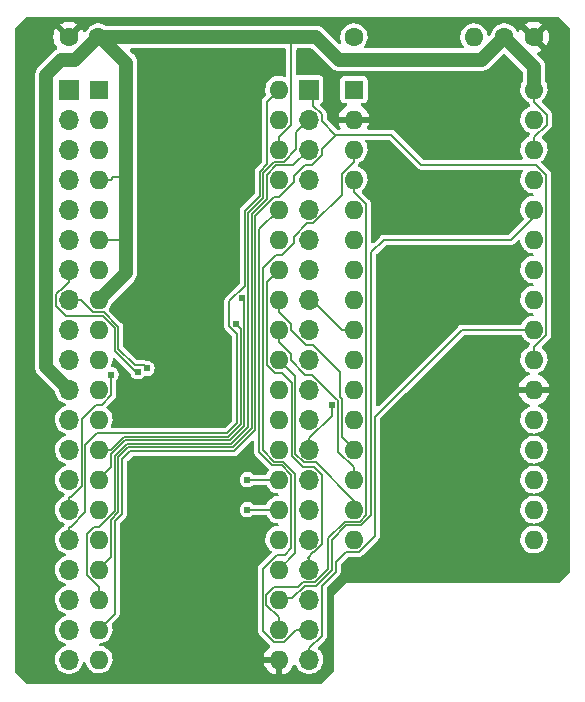
<source format=gtl>
G04 #@! TF.GenerationSoftware,KiCad,Pcbnew,(6.0.9-0)*
G04 #@! TF.CreationDate,2022-12-09T10:48:47+09:00*
G04 #@! TF.ProjectId,MEZ6502RAM,4d455a36-3530-4325-9241-4d2e6b696361,A*
G04 #@! TF.SameCoordinates,PX5f5e100PY8f0d180*
G04 #@! TF.FileFunction,Copper,L1,Top*
G04 #@! TF.FilePolarity,Positive*
%FSLAX46Y46*%
G04 Gerber Fmt 4.6, Leading zero omitted, Abs format (unit mm)*
G04 Created by KiCad (PCBNEW (6.0.9-0)) date 2022-12-09 10:48:47*
%MOMM*%
%LPD*%
G01*
G04 APERTURE LIST*
G04 #@! TA.AperFunction,ComponentPad*
%ADD10R,1.600000X1.600000*%
G04 #@! TD*
G04 #@! TA.AperFunction,ComponentPad*
%ADD11O,1.600000X1.600000*%
G04 #@! TD*
G04 #@! TA.AperFunction,ComponentPad*
%ADD12C,1.600000*%
G04 #@! TD*
G04 #@! TA.AperFunction,ComponentPad*
%ADD13R,1.700000X1.700000*%
G04 #@! TD*
G04 #@! TA.AperFunction,ComponentPad*
%ADD14O,1.700000X1.700000*%
G04 #@! TD*
G04 #@! TA.AperFunction,ViaPad*
%ADD15C,0.605000*%
G04 #@! TD*
G04 #@! TA.AperFunction,Conductor*
%ADD16C,1.200000*%
G04 #@! TD*
G04 #@! TA.AperFunction,Conductor*
%ADD17C,0.152400*%
G04 #@! TD*
G04 APERTURE END LIST*
D10*
X29210000Y50800000D03*
D11*
X29210000Y48260000D03*
X29210000Y45720000D03*
X29210000Y43180000D03*
X29210000Y40640000D03*
X29210000Y38100000D03*
X29210000Y35560000D03*
X29210000Y33020000D03*
X29210000Y30480000D03*
X29210000Y27940000D03*
X29210000Y25400000D03*
X29210000Y22860000D03*
X29210000Y20320000D03*
X29210000Y17780000D03*
X29210000Y15240000D03*
X29210000Y12700000D03*
X44450000Y12700000D03*
X44450000Y15240000D03*
X44450000Y17780000D03*
X44450000Y20320000D03*
X44450000Y22860000D03*
X44450000Y25400000D03*
X44450000Y27940000D03*
X44450000Y30480000D03*
X44450000Y33020000D03*
X44450000Y35560000D03*
X44450000Y38100000D03*
X44450000Y40640000D03*
X44450000Y43180000D03*
X44450000Y45720000D03*
X44450000Y48260000D03*
X44450000Y50800000D03*
D12*
X29210000Y55245000D03*
D11*
X39370000Y55245000D03*
D10*
X7620000Y50800000D03*
D11*
X7620000Y48260000D03*
X7620000Y45720000D03*
X7620000Y43180000D03*
X7620000Y40640000D03*
X7620000Y38100000D03*
X7620000Y35560000D03*
X7620000Y33020000D03*
X7620000Y30480000D03*
X7620000Y27940000D03*
X7620000Y25400000D03*
X7620000Y22860000D03*
X7620000Y20320000D03*
X7620000Y17780000D03*
X7620000Y15240000D03*
X7620000Y12700000D03*
X7620000Y10160000D03*
X7620000Y7620000D03*
X7620000Y5080000D03*
X7620000Y2540000D03*
X22860000Y2540000D03*
X22860000Y5080000D03*
X22860000Y7620000D03*
X22860000Y10160000D03*
X22860000Y12700000D03*
X22860000Y15240000D03*
X22860000Y17780000D03*
X22860000Y20320000D03*
X22860000Y22860000D03*
X22860000Y25400000D03*
X22860000Y27940000D03*
X22860000Y30480000D03*
X22860000Y33020000D03*
X22860000Y35560000D03*
X22860000Y38100000D03*
X22860000Y40640000D03*
X22860000Y43180000D03*
X22860000Y45720000D03*
X22860000Y48260000D03*
X22860000Y50800000D03*
D12*
X41930000Y55245000D03*
X44430000Y55245000D03*
X7580000Y55245000D03*
X5080000Y55245000D03*
D13*
X5085000Y50805000D03*
D14*
X5085000Y48265000D03*
X5085000Y45725000D03*
X5085000Y43185000D03*
X5085000Y40645000D03*
X5085000Y38105000D03*
X5085000Y35565000D03*
X5085000Y33025000D03*
X5085000Y30485000D03*
X5085000Y27945000D03*
X5085000Y25405000D03*
X5085000Y22865000D03*
X5085000Y20325000D03*
X5085000Y17785000D03*
X5085000Y15245000D03*
X5085000Y12705000D03*
X5085000Y10165000D03*
X5085000Y7625000D03*
X5085000Y5085000D03*
X5085000Y2545000D03*
D13*
X25405000Y50800000D03*
D14*
X25405000Y48260000D03*
X25405000Y45720000D03*
X25405000Y43180000D03*
X25405000Y40640000D03*
X25405000Y38100000D03*
X25405000Y35560000D03*
X25405000Y33020000D03*
X25405000Y30480000D03*
X25405000Y27940000D03*
X25405000Y25400000D03*
X25405000Y22860000D03*
X25405000Y20320000D03*
X25405000Y17780000D03*
X25405000Y15240000D03*
X25405000Y12700000D03*
X25405000Y10160000D03*
X25405000Y7620000D03*
X25405000Y5080000D03*
X25405000Y2540000D03*
D15*
X41275000Y42545000D03*
X46355000Y10160000D03*
X11430000Y53340000D03*
X18415000Y15875000D03*
X32385000Y42545000D03*
X11430000Y30480000D03*
X41275000Y15240000D03*
X41275000Y27305000D03*
X41275000Y46990000D03*
X11430000Y23495000D03*
X18415000Y34290000D03*
X32385000Y15240000D03*
X11430000Y5080000D03*
X32385000Y36830000D03*
X32385000Y50800000D03*
X11430000Y19050000D03*
X11430000Y46990000D03*
X18415000Y19050000D03*
X19685000Y53340000D03*
X11430000Y50800000D03*
X41275000Y50800000D03*
X1270000Y26670000D03*
X18415000Y23495000D03*
X32385000Y27305000D03*
X11430000Y40640000D03*
X11430000Y38100000D03*
X1905000Y1905000D03*
X11430000Y15875000D03*
X18415000Y41910000D03*
X10922000Y26924500D03*
X11684000Y27200600D03*
X20189100Y17780000D03*
X20189100Y15240000D03*
X8636000Y26670000D03*
X19728400Y33147000D03*
X19197800Y30988000D03*
X27344900Y24062400D03*
D16*
X7580000Y55245000D02*
X20955000Y55245000D01*
X7620000Y55372000D02*
X9906000Y53086000D01*
X26035000Y55245000D02*
X27940000Y53340000D01*
X9906000Y44196000D02*
X9906000Y38989000D01*
X40025000Y53340000D02*
X41930000Y55245000D01*
D17*
X7620000Y43180000D02*
X8648900Y43180000D01*
X45535600Y47834500D02*
X44450000Y46748900D01*
X22860000Y46748900D02*
X23902700Y47791600D01*
X44450000Y49771100D02*
X45535600Y48685500D01*
D16*
X41930000Y55245000D02*
X44450000Y52725000D01*
X9906000Y38989000D02*
X9906000Y35306000D01*
X9906000Y35306000D02*
X7620000Y33020000D01*
X27940000Y53340000D02*
X40025000Y53340000D01*
X22225000Y55245000D02*
X26035000Y55245000D01*
D17*
X22860000Y45720000D02*
X22860000Y46748900D01*
D16*
X4445000Y53340000D02*
X5588000Y53340000D01*
X9906000Y53086000D02*
X9906000Y44196000D01*
X3175000Y27315000D02*
X3175000Y52070000D01*
X44450000Y52725000D02*
X44450000Y50800000D01*
X5085000Y25405000D02*
X3175000Y27315000D01*
D17*
X45535600Y48685500D02*
X45535600Y47834500D01*
D16*
X3175000Y52070000D02*
X4445000Y53340000D01*
D17*
X9906000Y38100000D02*
X7620000Y38100000D01*
X44450000Y45720000D02*
X44450000Y46748900D01*
X8849400Y43380500D02*
X8648900Y43180000D01*
X44450000Y50800000D02*
X44450000Y49771100D01*
D16*
X20955000Y55245000D02*
X22225000Y55245000D01*
D17*
X23902700Y55193200D02*
X23850900Y55245000D01*
X9906000Y43380500D02*
X8849400Y43380500D01*
X23902700Y47791600D02*
X23902700Y55193200D01*
D16*
X5588000Y53340000D02*
X7620000Y55372000D01*
D17*
X30242700Y14770600D02*
X29683500Y14211400D01*
X22419600Y8648600D02*
X21792200Y8021200D01*
X25914900Y9080600D02*
X24905548Y9080600D01*
X24473548Y8648600D02*
X22419600Y8648600D01*
X24905548Y9080600D02*
X24473548Y8648600D01*
X21792200Y7176700D02*
X22860000Y6108900D01*
X29210000Y43180000D02*
X29210000Y42151100D01*
X22860000Y6108900D02*
X22860000Y5080000D01*
X21792200Y8021200D02*
X21792200Y7176700D01*
X28435400Y14211400D02*
X27051000Y12827000D01*
X29210000Y42151100D02*
X30242700Y41118400D01*
X29683500Y14211400D02*
X28435400Y14211400D01*
X27051000Y12827000D02*
X27051000Y10216700D01*
X27051000Y10216700D02*
X25914900Y9080600D01*
X30242700Y41118400D02*
X30242700Y14770600D01*
X26041152Y8775800D02*
X27355800Y10090448D01*
X22860000Y7620000D02*
X22987000Y7747000D01*
X22987000Y7747000D02*
X24003000Y7747000D01*
X27355800Y10090448D02*
X27355800Y12700748D01*
X24003000Y7747000D02*
X25031800Y8775800D01*
X30659100Y37009100D02*
X31750000Y38100000D01*
X27355800Y12700748D02*
X28561652Y13906600D01*
X31750000Y38100000D02*
X42545000Y38100000D01*
X28561652Y13906600D02*
X29809752Y13906600D01*
X30659100Y14755948D02*
X30659100Y37009100D01*
X25031800Y8775800D02*
X26041152Y8775800D01*
X44450000Y40005000D02*
X44450000Y40640000D01*
X29809752Y13906600D02*
X30659100Y14755948D01*
X42545000Y38100000D02*
X44450000Y40005000D01*
X24097200Y37809400D02*
X23117800Y36830000D01*
X23117800Y36830000D02*
X22635200Y36830000D01*
X22635200Y36830000D02*
X21478200Y35673000D01*
X21478200Y20247139D02*
X22433939Y19291400D01*
X28181100Y43662200D02*
X28181100Y41873600D01*
X24257000Y18268713D02*
X24257000Y11557000D01*
X25785500Y39478000D02*
X25247700Y39478000D01*
X28181100Y41873600D02*
X25785500Y39478000D01*
X23234313Y19291400D02*
X24257000Y18268713D01*
X29210000Y44691100D02*
X28181100Y43662200D01*
X24257000Y11557000D02*
X22860000Y10160000D01*
X24097200Y38327500D02*
X24097200Y37809400D01*
X25247700Y39478000D02*
X24097200Y38327500D01*
X22433939Y19291400D02*
X23234313Y19291400D01*
X29210000Y45720000D02*
X29210000Y44691100D01*
X21478200Y35673000D02*
X21478200Y20247139D01*
X10922000Y26924500D02*
X10744448Y26924500D01*
X4639600Y34103600D02*
X5085000Y34549000D01*
X4638229Y34103600D02*
X4639600Y34103600D01*
X8966200Y30588461D02*
X7931661Y31623000D01*
X4004000Y32445000D02*
X4004000Y33469371D01*
X5085000Y34549000D02*
X5085000Y35565000D01*
X4826000Y31623000D02*
X4004000Y32445000D01*
X8966200Y28702748D02*
X8966200Y30588461D01*
X7931661Y31623000D02*
X4826000Y31623000D01*
X10744448Y26924500D02*
X8966200Y28702748D01*
X4004000Y33469371D02*
X4638229Y34103600D01*
X11429000Y27455600D02*
X10644400Y27455600D01*
X9271000Y30714713D02*
X8039613Y31946100D01*
X7107800Y31946100D02*
X6163900Y32890000D01*
X6163900Y33025000D02*
X5085000Y33025000D01*
X10644400Y27455600D02*
X9271000Y28829000D01*
X11684000Y27200600D02*
X11429000Y27455600D01*
X6163900Y32890000D02*
X6163900Y33025000D01*
X8039613Y31946100D02*
X7107800Y31946100D01*
X9271000Y28829000D02*
X9271000Y30714713D01*
X20189100Y17780000D02*
X22860000Y17780000D01*
X24948900Y19241400D02*
X25970600Y19241400D01*
X24257000Y19933300D02*
X24948900Y19241400D01*
X24257000Y26543000D02*
X24257000Y19933300D01*
X22860000Y27940000D02*
X24257000Y26543000D01*
X25970600Y19241400D02*
X29210000Y16002000D01*
X29210000Y16002000D02*
X29210000Y15240000D01*
X20189100Y15240000D02*
X22860000Y15240000D01*
X25720400Y29210000D02*
X28031500Y26898900D01*
X28185800Y24602700D02*
X28185800Y23601300D01*
X22860000Y31991100D02*
X23888900Y30962200D01*
X28181400Y23596900D02*
X28181400Y21348600D01*
X23888900Y30447500D02*
X25126400Y29210000D01*
X28185800Y23601300D02*
X28181400Y23596900D01*
X28181400Y21348600D02*
X29210000Y20320000D01*
X22860000Y33020000D02*
X22860000Y31991100D01*
X23888900Y30962200D02*
X23888900Y30447500D01*
X28031500Y24757000D02*
X28185800Y24602700D01*
X25126400Y29210000D02*
X25720400Y29210000D01*
X28031500Y26898900D02*
X28031500Y24757000D01*
X29210000Y17780000D02*
X29210000Y18808900D01*
X5220000Y16323900D02*
X5085000Y16323900D01*
X27726700Y24643100D02*
X25699800Y26670000D01*
X8648600Y24932000D02*
X7846600Y24130000D01*
X27726700Y24630748D02*
X27726700Y24643100D01*
X7365100Y24130000D02*
X6163900Y22928800D01*
X27876600Y24480848D02*
X27726700Y24630748D01*
X25699800Y26670000D02*
X25089900Y26670000D01*
X6163900Y22928800D02*
X6163900Y17267800D01*
X23888900Y28422200D02*
X22860000Y29451100D01*
X7846600Y24130000D02*
X7365100Y24130000D01*
X5085000Y16323900D02*
X5085000Y15245000D01*
X25089900Y26670000D02*
X23888900Y27871000D01*
X8648600Y26657400D02*
X8648600Y24932000D01*
X23888900Y27871000D02*
X23888900Y28422200D01*
X8636000Y26670000D02*
X8648600Y26657400D01*
X6163900Y17267800D02*
X5220000Y16323900D01*
X22860000Y29451100D02*
X22860000Y30480000D01*
X29210000Y18808900D02*
X27876600Y20142300D01*
X27876600Y20142300D02*
X27876600Y24480848D01*
X25660371Y44450000D02*
X25043500Y44450000D01*
X24097100Y43503600D02*
X24097100Y42939600D01*
X27622500Y46990000D02*
X28239200Y46990000D01*
X10287000Y20193000D02*
X9575800Y19481800D01*
X45479800Y29998700D02*
X44450000Y28968900D01*
X25781000Y50424000D02*
X25781000Y49409371D01*
X8953400Y6413400D02*
X7620000Y5080000D01*
X26483600Y48706771D02*
X26483600Y48128900D01*
X24097100Y42939600D02*
X22876500Y41719000D01*
X9575800Y14879035D02*
X8953400Y14256635D01*
X26483600Y48128900D02*
X27622500Y46990000D01*
X26483600Y45273229D02*
X25660371Y44450000D01*
X20868600Y40129600D02*
X20868600Y21988444D01*
X44450000Y28968900D02*
X44450000Y27940000D01*
X32385000Y46990000D02*
X34925000Y44450000D01*
X34925000Y44450000D02*
X44634661Y44450000D01*
X19073156Y20193000D02*
X10287000Y20193000D01*
X20868600Y21988444D02*
X19073156Y20193000D01*
X44634661Y44450000D02*
X45479800Y43604861D01*
X27686000Y46990000D02*
X26483600Y45787600D01*
X22458000Y41719000D02*
X20868600Y40129600D01*
X9575800Y19481800D02*
X9575800Y14879035D01*
X22876500Y41719000D02*
X22458000Y41719000D01*
X25405000Y50800000D02*
X25781000Y50424000D01*
X8953400Y14256635D02*
X8953400Y6413400D01*
X28239200Y46990000D02*
X32385000Y46990000D01*
X26483600Y45787600D02*
X26483600Y45273229D01*
X45479800Y43604861D02*
X45479800Y29998700D01*
X28239200Y46990000D02*
X27686000Y46990000D01*
X25043500Y44450000D02*
X24097100Y43503600D01*
X25781000Y49409371D02*
X26483600Y48706771D01*
X8966200Y19811252D02*
X9957548Y20802600D01*
X7599061Y13764400D02*
X8966200Y15131539D01*
X6582400Y13173300D02*
X7173500Y13764400D01*
X7620000Y7620000D02*
X7620000Y8648900D01*
X23291100Y44691000D02*
X24326100Y45726000D01*
X6582400Y9686500D02*
X6582400Y13173300D01*
X21526600Y41649704D02*
X21526600Y43732313D01*
X9957548Y20802600D02*
X18820652Y20802600D01*
X18820652Y20802600D02*
X20259000Y22240948D01*
X8966200Y15131539D02*
X8966200Y19811252D01*
X22485287Y44691000D02*
X23291100Y44691000D01*
X20259000Y22240948D02*
X20259000Y40382104D01*
X20259000Y40382104D02*
X21526600Y41649704D01*
X21526600Y43732313D02*
X22485287Y44691000D01*
X7620000Y8648900D02*
X6582400Y9686500D01*
X24326100Y45726000D02*
X24326100Y47181100D01*
X24326100Y47181100D02*
X25405000Y48260000D01*
X7173500Y13764400D02*
X7599061Y13764400D01*
X8648600Y11188600D02*
X7620000Y10160000D01*
X8648600Y14382887D02*
X8648600Y11188600D01*
X21831400Y41523452D02*
X20563800Y40255852D01*
X20563800Y40255852D02*
X20563800Y22114696D01*
X25405000Y45720000D02*
X24070800Y44385800D01*
X18946904Y20497800D02*
X10083800Y20497800D01*
X24070800Y44385800D02*
X22611139Y44385800D01*
X21831400Y43606061D02*
X21831400Y41523452D01*
X20563800Y22114696D02*
X18946904Y20497800D01*
X9271000Y19685000D02*
X9271000Y15005287D01*
X10083800Y20497800D02*
X9271000Y19685000D01*
X9271000Y15005287D02*
X8648600Y14382887D01*
X22611139Y44385800D02*
X21831400Y43606061D01*
X18694400Y21107400D02*
X9831296Y21107400D01*
X19939000Y32936400D02*
X19939000Y22352000D01*
X8648600Y19924704D02*
X8648600Y18808600D01*
X9831296Y21107400D02*
X8648600Y19924704D01*
X19728400Y33147000D02*
X19939000Y32936400D01*
X8648600Y18808600D02*
X7620000Y17780000D01*
X19939000Y22352000D02*
X18694400Y21107400D01*
X19197800Y30988000D02*
X19634200Y30551600D01*
X19634200Y22478252D02*
X18568148Y21412200D01*
X19634200Y30551600D02*
X19634200Y22478252D01*
X8612844Y20320000D02*
X7620000Y20320000D01*
X9705044Y21412200D02*
X8612844Y20320000D01*
X18568148Y21412200D02*
X9705044Y21412200D01*
X25405000Y33020000D02*
X25641100Y33020000D01*
X28181100Y30480000D02*
X29210000Y30480000D01*
X25641100Y33020000D02*
X28181100Y30480000D01*
X5220000Y13783900D02*
X6469200Y15033100D01*
X18666700Y31207989D02*
X18669000Y31210289D01*
X21221800Y43858565D02*
X21831400Y44468165D01*
X21831400Y44468165D02*
X21831400Y49771400D01*
X7493000Y21717000D02*
X18441896Y21717000D01*
X6469200Y15033100D02*
X6469200Y20693200D01*
X5085000Y13783900D02*
X5220000Y13783900D01*
X18669000Y31210289D02*
X18669000Y32893000D01*
X19329400Y30105311D02*
X18666700Y30768011D01*
X21221800Y41775956D02*
X21221800Y43858565D01*
X19954200Y34178200D02*
X19954200Y40508356D01*
X21831400Y49771400D02*
X22860000Y50800000D01*
X18441896Y21717000D02*
X19329400Y22604504D01*
X18669000Y32893000D02*
X19954200Y34178200D01*
X5085000Y12705000D02*
X5085000Y13783900D01*
X6469200Y20693200D02*
X7493000Y21717000D01*
X19954200Y40508356D02*
X21221800Y41775956D01*
X19329400Y22604504D02*
X19329400Y30105311D01*
X18666700Y30768011D02*
X18666700Y31207989D01*
X25851771Y11621400D02*
X26543000Y12312629D01*
X21831400Y34531400D02*
X22860000Y35560000D01*
X26543000Y12312629D02*
X26543000Y18167371D01*
X24900648Y18858600D02*
X23952200Y19807048D01*
X25778300Y11621400D02*
X25851771Y11621400D01*
X23114000Y26797000D02*
X22491600Y26797000D01*
X22491600Y26797000D02*
X21831400Y27457200D01*
X21831400Y27457200D02*
X21831400Y34531400D01*
X26543000Y18167371D02*
X25851771Y18858600D01*
X25405000Y10160000D02*
X25405000Y11108100D01*
X25851771Y18858600D02*
X24900648Y18858600D01*
X23952200Y25958800D02*
X23114000Y26797000D01*
X25332900Y11176000D02*
X25778300Y11621400D01*
X25405000Y11108100D02*
X25337100Y11176000D01*
X23952200Y19807048D02*
X23952200Y25958800D01*
X25337100Y11176000D02*
X25332900Y11176000D01*
X27344900Y23203900D02*
X27344900Y24062400D01*
X25405000Y20320000D02*
X25405000Y21264000D01*
X25405000Y21264000D02*
X27344900Y23203900D01*
X26483900Y8787496D02*
X27660600Y9964196D01*
X27660600Y10769600D02*
X28562400Y11671400D01*
X30963900Y23089900D02*
X38354000Y30480000D01*
X27660600Y9964196D02*
X27660600Y10769600D01*
X29636061Y11671400D02*
X30963900Y12999239D01*
X38354000Y30480000D02*
X44450000Y30480000D01*
X25405000Y3483900D02*
X26483900Y4562800D01*
X26483900Y4562800D02*
X26483900Y8787496D01*
X28562400Y11671400D02*
X29636061Y11671400D01*
X25405000Y2540000D02*
X25405000Y3483900D01*
X30963900Y12999239D02*
X30963900Y23089900D01*
X21173400Y20101600D02*
X21173400Y38953400D01*
X23108061Y18986600D02*
X22288400Y18986600D01*
X21487400Y4997939D02*
X21487400Y10242061D01*
X21487400Y10242061D02*
X22675339Y11430000D01*
X24326100Y5080000D02*
X23252200Y4006100D01*
X23888600Y11950600D02*
X23888600Y18206061D01*
X21173400Y38953400D02*
X22860000Y40640000D01*
X23368000Y11430000D02*
X23888600Y11950600D01*
X22479239Y4006100D02*
X21487400Y4997939D01*
X22288400Y18986600D02*
X21173400Y20101600D01*
X23252200Y4006100D02*
X22479239Y4006100D01*
X23888600Y18206061D02*
X23108061Y18986600D01*
X25405000Y5080000D02*
X24326100Y5080000D01*
X22675339Y11430000D02*
X23368000Y11430000D01*
G04 #@! TA.AperFunction,Conductor*
G36*
X46518198Y56919998D02*
G01*
X46536373Y56905809D01*
X47332188Y56157743D01*
X47460299Y56037319D01*
X47496234Y55976088D01*
X47500000Y55945512D01*
X47500000Y10052190D01*
X47479998Y9984069D01*
X47463095Y9963095D01*
X46536905Y9036905D01*
X46474593Y9002879D01*
X46447810Y9000000D01*
X28500000Y9000000D01*
X27500000Y8000000D01*
X27500000Y1552191D01*
X27479998Y1484070D01*
X27463096Y1463096D01*
X26536780Y536778D01*
X26474467Y502753D01*
X26447988Y499873D01*
X12206061Y465694D01*
X1554532Y440131D01*
X1486364Y459970D01*
X1462578Y479667D01*
X623090Y1369525D01*
X534348Y1463591D01*
X502152Y1526868D01*
X500000Y1550055D01*
X500000Y52046658D01*
X2219883Y52046658D01*
X2220683Y52040326D01*
X2223506Y52017979D01*
X2224500Y52002187D01*
X2224500Y27330432D01*
X2224451Y27326914D01*
X2222378Y27252674D01*
X2222164Y27245028D01*
X2231700Y27190946D01*
X2232075Y27188821D01*
X2233343Y27179678D01*
X2239112Y27122890D01*
X2244716Y27105008D01*
X2247166Y27097189D01*
X2251016Y27081393D01*
X2254585Y27061153D01*
X2254587Y27061144D01*
X2255695Y27054863D01*
X2258044Y27048930D01*
X2276706Y27001794D01*
X2279788Y26993091D01*
X2296856Y26938627D01*
X2299950Y26933044D01*
X2299951Y26933043D01*
X2309918Y26915062D01*
X2316862Y26900371D01*
X2326779Y26875325D01*
X2348762Y26841732D01*
X2358028Y26827572D01*
X2362798Y26819664D01*
X2384642Y26780256D01*
X2390472Y26769739D01*
X2394626Y26764893D01*
X2394627Y26764891D01*
X2408001Y26749288D01*
X2417766Y26736282D01*
X2432513Y26713746D01*
X2436758Y26709032D01*
X2473543Y26672247D01*
X2480116Y26665150D01*
X2516136Y26623125D01*
X2538986Y26605400D01*
X2550848Y26594942D01*
X3859264Y25286526D01*
X3893290Y25224214D01*
X3893901Y25220960D01*
X3894200Y25216396D01*
X3895623Y25210795D01*
X3895623Y25210792D01*
X3942076Y25027887D01*
X3948511Y25002548D01*
X3950928Y24997306D01*
X3950928Y24997305D01*
X3988829Y24915093D01*
X4040883Y24802179D01*
X4168222Y24621998D01*
X4326264Y24468039D01*
X4331060Y24464834D01*
X4331063Y24464832D01*
X4422741Y24403575D01*
X4509717Y24345460D01*
X4515020Y24343182D01*
X4515023Y24343180D01*
X4694504Y24266069D01*
X4712436Y24258365D01*
X4718071Y24257090D01*
X4718074Y24257089D01*
X4719484Y24256770D01*
X4720083Y24256436D01*
X4723562Y24255306D01*
X4723340Y24254623D01*
X4781511Y24222228D01*
X4815016Y24159634D01*
X4809362Y24088863D01*
X4766344Y24032384D01*
X4735287Y24015665D01*
X4571376Y23955196D01*
X4571368Y23955192D01*
X4565957Y23953196D01*
X4560996Y23950244D01*
X4560995Y23950244D01*
X4408948Y23859785D01*
X4376341Y23840386D01*
X4210457Y23694910D01*
X4073863Y23521640D01*
X3971131Y23326380D01*
X3905703Y23115667D01*
X3879770Y22896560D01*
X3894200Y22676396D01*
X3895621Y22670800D01*
X3895622Y22670795D01*
X3944103Y22479905D01*
X3948511Y22462548D01*
X4040883Y22262179D01*
X4168222Y22081998D01*
X4326264Y21928039D01*
X4331060Y21924834D01*
X4331063Y21924832D01*
X4436751Y21854214D01*
X4509717Y21805460D01*
X4515020Y21803182D01*
X4515023Y21803180D01*
X4703426Y21722236D01*
X4712436Y21718365D01*
X4718071Y21717090D01*
X4718074Y21717089D01*
X4719484Y21716770D01*
X4720083Y21716436D01*
X4723562Y21715306D01*
X4723340Y21714623D01*
X4781511Y21682228D01*
X4815016Y21619634D01*
X4809362Y21548863D01*
X4766344Y21492384D01*
X4735287Y21475665D01*
X4571376Y21415196D01*
X4571368Y21415192D01*
X4565957Y21413196D01*
X4560996Y21410244D01*
X4560995Y21410244D01*
X4458886Y21349495D01*
X4376341Y21300386D01*
X4210457Y21154910D01*
X4073863Y20981640D01*
X3971131Y20786380D01*
X3905703Y20575667D01*
X3879770Y20356560D01*
X3894200Y20136396D01*
X3895621Y20130800D01*
X3895622Y20130795D01*
X3946855Y19929067D01*
X3948511Y19922548D01*
X3950928Y19917306D01*
X3950928Y19917305D01*
X4010039Y19789085D01*
X4040883Y19722179D01*
X4168222Y19541998D01*
X4326264Y19388039D01*
X4331060Y19384834D01*
X4331063Y19384832D01*
X4356582Y19367781D01*
X4509717Y19265460D01*
X4515020Y19263182D01*
X4515023Y19263180D01*
X4707129Y19180645D01*
X4712436Y19178365D01*
X4718071Y19177090D01*
X4718074Y19177089D01*
X4719484Y19176770D01*
X4720083Y19176436D01*
X4723562Y19175306D01*
X4723340Y19174623D01*
X4781511Y19142228D01*
X4815016Y19079634D01*
X4809362Y19008863D01*
X4766344Y18952384D01*
X4735287Y18935665D01*
X4571376Y18875196D01*
X4571368Y18875192D01*
X4565957Y18873196D01*
X4560996Y18870244D01*
X4560995Y18870244D01*
X4458886Y18809495D01*
X4376341Y18760386D01*
X4210457Y18614910D01*
X4073863Y18441640D01*
X3971131Y18246380D01*
X3905703Y18035667D01*
X3879770Y17816560D01*
X3894200Y17596396D01*
X3895621Y17590800D01*
X3895622Y17590795D01*
X3923414Y17481367D01*
X3948511Y17382548D01*
X3950928Y17377306D01*
X3950928Y17377305D01*
X3971216Y17333298D01*
X4040883Y17182179D01*
X4168222Y17001998D01*
X4326264Y16848039D01*
X4331060Y16844834D01*
X4331063Y16844832D01*
X4428764Y16779551D01*
X4509717Y16725460D01*
X4515020Y16723182D01*
X4515023Y16723180D01*
X4630133Y16673725D01*
X4684826Y16628457D01*
X4706363Y16560805D01*
X4696105Y16514162D01*
X4697478Y16513728D01*
X4696532Y16510738D01*
X4694183Y16505425D01*
X4693544Y16502519D01*
X4691308Y16497956D01*
X4688512Y16490895D01*
X4683783Y16482753D01*
X4681657Y16473579D01*
X4681656Y16473578D01*
X4674200Y16441411D01*
X4671589Y16431867D01*
X4668826Y16423131D01*
X4629213Y16364213D01*
X4592301Y16342915D01*
X4580939Y16338723D01*
X4565957Y16333196D01*
X4560996Y16330244D01*
X4560995Y16330244D01*
X4458886Y16269495D01*
X4376341Y16220386D01*
X4210457Y16074910D01*
X4073863Y15901640D01*
X3971131Y15706380D01*
X3905703Y15495667D01*
X3879770Y15276560D01*
X3894200Y15056396D01*
X3895621Y15050800D01*
X3895622Y15050795D01*
X3927218Y14926387D01*
X3948511Y14842548D01*
X3950928Y14837306D01*
X3950928Y14837305D01*
X3975912Y14783111D01*
X4040883Y14642179D01*
X4168222Y14461998D01*
X4326264Y14308039D01*
X4331060Y14304834D01*
X4331063Y14304832D01*
X4446352Y14227799D01*
X4509717Y14185460D01*
X4515020Y14183182D01*
X4515023Y14183180D01*
X4630133Y14133725D01*
X4684826Y14088457D01*
X4706363Y14020805D01*
X4696105Y13974162D01*
X4697478Y13973728D01*
X4696532Y13970738D01*
X4694183Y13965425D01*
X4693544Y13962519D01*
X4691308Y13957956D01*
X4688512Y13950895D01*
X4683783Y13942753D01*
X4681657Y13933579D01*
X4681656Y13933578D01*
X4674200Y13901411D01*
X4671589Y13891867D01*
X4668826Y13883131D01*
X4629213Y13824213D01*
X4592301Y13802915D01*
X4580939Y13798723D01*
X4565957Y13793196D01*
X4560996Y13790244D01*
X4560995Y13790244D01*
X4392686Y13690110D01*
X4376341Y13680386D01*
X4210457Y13534910D01*
X4073863Y13361640D01*
X3971131Y13166380D01*
X3905703Y12955667D01*
X3879770Y12736560D01*
X3894200Y12516396D01*
X3895621Y12510800D01*
X3895622Y12510795D01*
X3944103Y12319905D01*
X3948511Y12302548D01*
X4040883Y12102179D01*
X4168222Y11921998D01*
X4326264Y11768039D01*
X4331060Y11764834D01*
X4331063Y11764832D01*
X4413066Y11710040D01*
X4509717Y11645460D01*
X4515020Y11643182D01*
X4515023Y11643180D01*
X4687929Y11568894D01*
X4712436Y11558365D01*
X4718071Y11557090D01*
X4718074Y11557089D01*
X4719484Y11556770D01*
X4720083Y11556436D01*
X4723562Y11555306D01*
X4723340Y11554623D01*
X4781511Y11522228D01*
X4815016Y11459634D01*
X4809362Y11388863D01*
X4766344Y11332384D01*
X4735287Y11315665D01*
X4571376Y11255196D01*
X4571368Y11255192D01*
X4565957Y11253196D01*
X4560996Y11250244D01*
X4560995Y11250244D01*
X4496162Y11211672D01*
X4376341Y11140386D01*
X4210457Y10994910D01*
X4073863Y10821640D01*
X3971131Y10626380D01*
X3905703Y10415667D01*
X3879770Y10196560D01*
X3894200Y9976396D01*
X3895621Y9970800D01*
X3895622Y9970795D01*
X3943232Y9783333D01*
X3948511Y9762548D01*
X3950928Y9757306D01*
X3950928Y9757305D01*
X3981936Y9690045D01*
X4040883Y9562179D01*
X4168222Y9381998D01*
X4326264Y9228039D01*
X4331060Y9224834D01*
X4331063Y9224832D01*
X4415261Y9168573D01*
X4509717Y9105460D01*
X4515020Y9103182D01*
X4515023Y9103180D01*
X4622848Y9056855D01*
X4712436Y9018365D01*
X4718071Y9017090D01*
X4718074Y9017089D01*
X4719484Y9016770D01*
X4720083Y9016436D01*
X4723562Y9015306D01*
X4723340Y9014623D01*
X4781511Y8982228D01*
X4815016Y8919634D01*
X4809362Y8848863D01*
X4766344Y8792384D01*
X4735287Y8775665D01*
X4571376Y8715196D01*
X4571368Y8715192D01*
X4565957Y8713196D01*
X4560996Y8710244D01*
X4560995Y8710244D01*
X4458886Y8649495D01*
X4376341Y8600386D01*
X4210457Y8454910D01*
X4073863Y8281640D01*
X3971131Y8086380D01*
X3905703Y7875667D01*
X3879770Y7656560D01*
X3894200Y7436396D01*
X3895621Y7430800D01*
X3895622Y7430795D01*
X3945524Y7234310D01*
X3948511Y7222548D01*
X3950928Y7217306D01*
X3950928Y7217305D01*
X4033788Y7037570D01*
X4040883Y7022179D01*
X4168222Y6841998D01*
X4326264Y6688039D01*
X4331060Y6684834D01*
X4331063Y6684832D01*
X4415261Y6628573D01*
X4509717Y6565460D01*
X4515020Y6563182D01*
X4515023Y6563180D01*
X4679091Y6492691D01*
X4712436Y6478365D01*
X4718071Y6477090D01*
X4718074Y6477089D01*
X4719484Y6476770D01*
X4720083Y6476436D01*
X4723562Y6475306D01*
X4723340Y6474623D01*
X4781511Y6442228D01*
X4815016Y6379634D01*
X4809362Y6308863D01*
X4766344Y6252384D01*
X4735287Y6235665D01*
X4571376Y6175196D01*
X4571368Y6175192D01*
X4565957Y6173196D01*
X4560996Y6170244D01*
X4560995Y6170244D01*
X4423558Y6088477D01*
X4376341Y6060386D01*
X4210457Y5914910D01*
X4073863Y5741640D01*
X3971131Y5546380D01*
X3905703Y5335667D01*
X3879770Y5116560D01*
X3894200Y4896396D01*
X3895621Y4890800D01*
X3895622Y4890795D01*
X3930186Y4754703D01*
X3948511Y4682548D01*
X3950928Y4677306D01*
X3950928Y4677305D01*
X3989046Y4594621D01*
X4040883Y4482179D01*
X4168222Y4301998D01*
X4326264Y4148039D01*
X4331060Y4144834D01*
X4331063Y4144832D01*
X4415261Y4088573D01*
X4509717Y4025460D01*
X4515020Y4023182D01*
X4515023Y4023180D01*
X4707129Y3940645D01*
X4712436Y3938365D01*
X4718071Y3937090D01*
X4718074Y3937089D01*
X4719484Y3936770D01*
X4720083Y3936436D01*
X4723562Y3935306D01*
X4723340Y3934623D01*
X4781511Y3902228D01*
X4815016Y3839634D01*
X4809362Y3768863D01*
X4766344Y3712384D01*
X4735287Y3695665D01*
X4571376Y3635196D01*
X4571368Y3635192D01*
X4565957Y3633196D01*
X4560996Y3630244D01*
X4560995Y3630244D01*
X4412530Y3541916D01*
X4376341Y3520386D01*
X4210457Y3374910D01*
X4073863Y3201640D01*
X3971131Y3006380D01*
X3905703Y2795667D01*
X3879770Y2576560D01*
X3894200Y2356396D01*
X3895621Y2350800D01*
X3895622Y2350795D01*
X3919050Y2258548D01*
X3948511Y2142548D01*
X3950928Y2137306D01*
X3950928Y2137305D01*
X4033788Y1957570D01*
X4040883Y1942179D01*
X4168222Y1761998D01*
X4326264Y1608039D01*
X4331060Y1604834D01*
X4331063Y1604832D01*
X4422744Y1543573D01*
X4509717Y1485460D01*
X4515020Y1483182D01*
X4515023Y1483180D01*
X4694504Y1406069D01*
X4712436Y1398365D01*
X4762742Y1386982D01*
X4921995Y1350946D01*
X4922001Y1350945D01*
X4927632Y1349671D01*
X4933403Y1349444D01*
X4933405Y1349444D01*
X5001211Y1346780D01*
X5148098Y1341009D01*
X5257275Y1356839D01*
X5360738Y1371840D01*
X5360743Y1371841D01*
X5366452Y1372669D01*
X5371916Y1374524D01*
X5371921Y1374525D01*
X5569907Y1441732D01*
X5569912Y1441734D01*
X5575379Y1443590D01*
X5610210Y1463096D01*
X5720013Y1524589D01*
X5767884Y1551398D01*
X5808231Y1584954D01*
X5933086Y1688796D01*
X5937518Y1692482D01*
X5966581Y1727426D01*
X6074908Y1857674D01*
X6074910Y1857677D01*
X6078602Y1862116D01*
X6186410Y2054621D01*
X6188266Y2060088D01*
X6188268Y2060093D01*
X6255473Y2258073D01*
X6255474Y2258078D01*
X6257331Y2263548D01*
X6257804Y2266810D01*
X6292754Y2327680D01*
X6355780Y2360363D01*
X6426471Y2353783D01*
X6482383Y2310029D01*
X6502044Y2267713D01*
X6530845Y2154310D01*
X6533262Y2149067D01*
X6576802Y2054621D01*
X6619369Y1962286D01*
X6741405Y1789609D01*
X6770041Y1761713D01*
X6841109Y1692482D01*
X6892865Y1642063D01*
X6897661Y1638858D01*
X6897664Y1638856D01*
X7023026Y1555092D01*
X7068677Y1524589D01*
X7073985Y1522308D01*
X7073986Y1522308D01*
X7257650Y1443400D01*
X7257653Y1443399D01*
X7262953Y1441122D01*
X7268582Y1439848D01*
X7268583Y1439848D01*
X7463550Y1395731D01*
X7463553Y1395731D01*
X7469186Y1394456D01*
X7474957Y1394229D01*
X7474959Y1394229D01*
X7529400Y1392090D01*
X7680470Y1386154D01*
X7686179Y1386982D01*
X7686183Y1386982D01*
X7884015Y1415667D01*
X7884019Y1415668D01*
X7889730Y1416496D01*
X7977866Y1446414D01*
X8084483Y1482605D01*
X8084488Y1482607D01*
X8089955Y1484463D01*
X8094998Y1487287D01*
X8269395Y1584954D01*
X8269399Y1584957D01*
X8274442Y1587781D01*
X8437012Y1722988D01*
X8572219Y1885558D01*
X8575043Y1890601D01*
X8575046Y1890605D01*
X8672713Y2065002D01*
X8672714Y2065004D01*
X8675537Y2070045D01*
X8677393Y2075512D01*
X8677395Y2075517D01*
X8741222Y2263548D01*
X8743504Y2270270D01*
X8743969Y2273478D01*
X21577273Y2273478D01*
X21624764Y2096239D01*
X21628510Y2085947D01*
X21720586Y1888489D01*
X21726069Y1878993D01*
X21851028Y1700533D01*
X21858084Y1692125D01*
X22012125Y1538084D01*
X22020533Y1531028D01*
X22198993Y1406069D01*
X22208489Y1400586D01*
X22405947Y1308510D01*
X22416239Y1304764D01*
X22588503Y1258606D01*
X22602599Y1258942D01*
X22606000Y1266884D01*
X22606000Y2267885D01*
X22601525Y2283124D01*
X22600135Y2284329D01*
X22592452Y2286000D01*
X21592033Y2286000D01*
X21578502Y2282027D01*
X21577273Y2273478D01*
X8743969Y2273478D01*
X8751829Y2327680D01*
X8773314Y2475860D01*
X8773314Y2475862D01*
X8773846Y2479530D01*
X8775429Y2540000D01*
X8756081Y2750560D01*
X8698686Y2954069D01*
X8690495Y2970680D01*
X8607719Y3138531D01*
X8605165Y3143710D01*
X8478651Y3313133D01*
X8323381Y3456663D01*
X8258529Y3497582D01*
X8149434Y3566416D01*
X8149433Y3566416D01*
X8144554Y3569495D01*
X7948160Y3647848D01*
X7942503Y3648973D01*
X7942497Y3648975D01*
X7745234Y3688212D01*
X7682324Y3721119D01*
X7647192Y3782814D01*
X7650992Y3853709D01*
X7692517Y3911295D01*
X7751734Y3936487D01*
X7884015Y3955667D01*
X7884019Y3955668D01*
X7889730Y3956496D01*
X7977866Y3986414D01*
X8084483Y4022605D01*
X8084488Y4022607D01*
X8089955Y4024463D01*
X8094998Y4027287D01*
X8269395Y4124954D01*
X8269399Y4124957D01*
X8274442Y4127781D01*
X8437012Y4262988D01*
X8572219Y4425558D01*
X8575043Y4430601D01*
X8575046Y4430605D01*
X8672713Y4605002D01*
X8672714Y4605004D01*
X8675537Y4610045D01*
X8677393Y4615512D01*
X8677395Y4615517D01*
X8741647Y4804800D01*
X8743504Y4810270D01*
X8749979Y4854922D01*
X8773314Y5015860D01*
X8773314Y5015862D01*
X8773846Y5019530D01*
X8775429Y5080000D01*
X8756081Y5290560D01*
X8705274Y5470709D01*
X8706035Y5541701D01*
X8737449Y5594004D01*
X9231922Y6088477D01*
X9243012Y6098332D01*
X9260566Y6112170D01*
X9260570Y6112174D01*
X9267965Y6118004D01*
X9281500Y6137587D01*
X9299504Y6163638D01*
X9301806Y6166860D01*
X9302793Y6168196D01*
X9334762Y6211478D01*
X9337028Y6217929D01*
X9340917Y6223557D01*
X9357664Y6276513D01*
X9358900Y6280215D01*
X9360161Y6283804D01*
X9377276Y6332541D01*
X9377544Y6339373D01*
X9379607Y6345895D01*
X9380100Y6352159D01*
X9380100Y6401930D01*
X9380197Y6406877D01*
X9381944Y6451339D01*
X9382314Y6460752D01*
X9380508Y6467563D01*
X9380100Y6474977D01*
X9380100Y14027700D01*
X9400102Y14095821D01*
X9417005Y14116795D01*
X9854322Y14554112D01*
X9865412Y14563967D01*
X9882966Y14577805D01*
X9882970Y14577809D01*
X9890365Y14583639D01*
X9896953Y14593170D01*
X9921900Y14629267D01*
X9924202Y14632489D01*
X9951568Y14669538D01*
X9951570Y14669542D01*
X9957163Y14677114D01*
X9959429Y14683566D01*
X9963317Y14689192D01*
X9980048Y14742096D01*
X9981302Y14745854D01*
X9991720Y14775517D01*
X9999677Y14798176D01*
X9999946Y14805012D01*
X10002007Y14811530D01*
X10002500Y14817794D01*
X10002500Y14867555D01*
X10002597Y14872501D01*
X10004344Y14916974D01*
X10004714Y14926387D01*
X10002908Y14933198D01*
X10002500Y14940613D01*
X10002500Y19252865D01*
X10022502Y19320986D01*
X10039405Y19341960D01*
X10426840Y19729395D01*
X10489152Y19763421D01*
X10515935Y19766300D01*
X19040346Y19766300D01*
X19055154Y19765427D01*
X19086711Y19761692D01*
X19095973Y19763384D01*
X19095982Y19763384D01*
X19141308Y19771663D01*
X19145216Y19772314D01*
X19147245Y19772619D01*
X19200040Y19780556D01*
X19206204Y19783516D01*
X19212933Y19784745D01*
X19262171Y19810322D01*
X19265687Y19812079D01*
X19307215Y19832020D01*
X19307219Y19832022D01*
X19315706Y19836098D01*
X19320728Y19840741D01*
X19326797Y19843893D01*
X19331575Y19847974D01*
X19366750Y19883149D01*
X19370316Y19886579D01*
X19393750Y19908241D01*
X19409927Y19923195D01*
X19413466Y19929287D01*
X19418425Y19934824D01*
X20531605Y21048004D01*
X20593917Y21082030D01*
X20664732Y21076965D01*
X20721568Y21034418D01*
X20746379Y20967898D01*
X20746700Y20958909D01*
X20746700Y20134410D01*
X20745827Y20119602D01*
X20742092Y20088045D01*
X20743784Y20078783D01*
X20743784Y20078774D01*
X20752063Y20033448D01*
X20752714Y20029540D01*
X20760956Y19974716D01*
X20763916Y19968552D01*
X20765145Y19961823D01*
X20790722Y19912585D01*
X20792479Y19909069D01*
X20812420Y19867541D01*
X20812422Y19867537D01*
X20816498Y19859050D01*
X20821141Y19854028D01*
X20824293Y19847959D01*
X20828374Y19843181D01*
X20863549Y19808006D01*
X20866978Y19804441D01*
X20903595Y19764829D01*
X20909687Y19761290D01*
X20915224Y19756331D01*
X21963477Y18708078D01*
X21973331Y18696990D01*
X21984059Y18683382D01*
X22010525Y18617503D01*
X21997173Y18547773D01*
X21984060Y18527369D01*
X21890976Y18409292D01*
X21888287Y18404181D01*
X21888285Y18404178D01*
X21819812Y18274032D01*
X21770393Y18223060D01*
X21708304Y18206700D01*
X20739833Y18206700D01*
X20671712Y18226702D01*
X20656014Y18238624D01*
X20570184Y18315097D01*
X20570180Y18315100D01*
X20564513Y18320149D01*
X20557805Y18323701D01*
X20557803Y18323702D01*
X20431542Y18390553D01*
X20431541Y18390554D01*
X20424833Y18394105D01*
X20271544Y18432609D01*
X20263946Y18432649D01*
X20263944Y18432649D01*
X20192520Y18433023D01*
X20113495Y18433437D01*
X20106108Y18431663D01*
X20106104Y18431663D01*
X19991625Y18404178D01*
X19959811Y18396540D01*
X19953067Y18393059D01*
X19953064Y18393058D01*
X19934953Y18383710D01*
X19819364Y18324050D01*
X19700262Y18220151D01*
X19609382Y18090842D01*
X19551970Y17943587D01*
X19531340Y17786888D01*
X19548684Y17629792D01*
X19551294Y17622661D01*
X19551294Y17622659D01*
X19559860Y17599251D01*
X19602999Y17481367D01*
X19607236Y17475061D01*
X19607238Y17475058D01*
X19624561Y17449279D01*
X19691152Y17350183D01*
X19808051Y17243812D01*
X19814724Y17240189D01*
X19814728Y17240186D01*
X19930251Y17177463D01*
X19946949Y17168397D01*
X20099827Y17128290D01*
X20183177Y17126980D01*
X20250261Y17125926D01*
X20250264Y17125926D01*
X20257858Y17125807D01*
X20411920Y17161092D01*
X20553119Y17232108D01*
X20638467Y17305002D01*
X20659670Y17323111D01*
X20724459Y17352142D01*
X20741500Y17353300D01*
X21709093Y17353300D01*
X21777214Y17333298D01*
X21823519Y17280051D01*
X21859369Y17202286D01*
X21981405Y17029609D01*
X22132865Y16882063D01*
X22137661Y16878858D01*
X22137664Y16878856D01*
X22228704Y16818025D01*
X22308677Y16764589D01*
X22313985Y16762308D01*
X22313986Y16762308D01*
X22497650Y16683400D01*
X22497653Y16683399D01*
X22502953Y16681122D01*
X22508582Y16679848D01*
X22508583Y16679848D01*
X22703550Y16635731D01*
X22703553Y16635731D01*
X22709186Y16634456D01*
X22714958Y16634229D01*
X22720687Y16633475D01*
X22720327Y16630743D01*
X22776604Y16611784D01*
X22820950Y16556341D01*
X22828282Y16485724D01*
X22796271Y16422353D01*
X22735081Y16386349D01*
X22725704Y16384368D01*
X22566650Y16357038D01*
X22566649Y16357038D01*
X22560953Y16356059D01*
X22362575Y16282873D01*
X22357614Y16279921D01*
X22357613Y16279921D01*
X22241416Y16210791D01*
X22180856Y16174762D01*
X22021881Y16035345D01*
X21890976Y15869292D01*
X21888287Y15864181D01*
X21888285Y15864178D01*
X21819812Y15734032D01*
X21770393Y15683060D01*
X21708304Y15666700D01*
X20739833Y15666700D01*
X20671712Y15686702D01*
X20656014Y15698624D01*
X20570184Y15775097D01*
X20570180Y15775100D01*
X20564513Y15780149D01*
X20557805Y15783701D01*
X20557803Y15783702D01*
X20431542Y15850553D01*
X20431541Y15850554D01*
X20424833Y15854105D01*
X20271544Y15892609D01*
X20263946Y15892649D01*
X20263944Y15892649D01*
X20192520Y15893023D01*
X20113495Y15893437D01*
X20106108Y15891663D01*
X20106104Y15891663D01*
X19991625Y15864178D01*
X19959811Y15856540D01*
X19953067Y15853059D01*
X19953064Y15853058D01*
X19934953Y15843710D01*
X19819364Y15784050D01*
X19700262Y15680151D01*
X19609382Y15550842D01*
X19551970Y15403587D01*
X19531340Y15246888D01*
X19548684Y15089792D01*
X19551294Y15082661D01*
X19551294Y15082659D01*
X19559860Y15059251D01*
X19602999Y14941367D01*
X19607236Y14935061D01*
X19607238Y14935058D01*
X19647696Y14874852D01*
X19691152Y14810183D01*
X19808051Y14703812D01*
X19814724Y14700189D01*
X19814728Y14700186D01*
X19930251Y14637463D01*
X19946949Y14628397D01*
X20099827Y14588290D01*
X20183177Y14586980D01*
X20250261Y14585926D01*
X20250264Y14585926D01*
X20257858Y14585807D01*
X20411920Y14621092D01*
X20553119Y14692108D01*
X20613829Y14743959D01*
X20659670Y14783111D01*
X20724459Y14812142D01*
X20741500Y14813300D01*
X21709093Y14813300D01*
X21777214Y14793298D01*
X21823519Y14740051D01*
X21846965Y14689192D01*
X21859369Y14662286D01*
X21981405Y14489609D01*
X22132865Y14342063D01*
X22137661Y14338858D01*
X22137664Y14338856D01*
X22228704Y14278025D01*
X22308677Y14224589D01*
X22313985Y14222308D01*
X22313986Y14222308D01*
X22497650Y14143400D01*
X22497653Y14143399D01*
X22502953Y14141122D01*
X22508582Y14139848D01*
X22508583Y14139848D01*
X22703550Y14095731D01*
X22703553Y14095731D01*
X22709186Y14094456D01*
X22714958Y14094229D01*
X22720687Y14093475D01*
X22720327Y14090743D01*
X22776604Y14071784D01*
X22820950Y14016341D01*
X22828282Y13945724D01*
X22796271Y13882353D01*
X22735081Y13846349D01*
X22725704Y13844368D01*
X22566650Y13817038D01*
X22566649Y13817038D01*
X22560953Y13816059D01*
X22362575Y13742873D01*
X22357614Y13739921D01*
X22357613Y13739921D01*
X22212075Y13653335D01*
X22180856Y13634762D01*
X22021881Y13495345D01*
X21890976Y13329292D01*
X21888287Y13324181D01*
X21888285Y13324178D01*
X21847850Y13247323D01*
X21792523Y13142164D01*
X21729820Y12940227D01*
X21704967Y12730246D01*
X21718796Y12519251D01*
X21720217Y12513655D01*
X21720218Y12513650D01*
X21742784Y12424800D01*
X21770845Y12314310D01*
X21859369Y12122286D01*
X21981405Y11949609D01*
X22013882Y11917971D01*
X22081109Y11852482D01*
X22132865Y11802063D01*
X22137661Y11798858D01*
X22137664Y11798856D01*
X22191695Y11762754D01*
X22237223Y11708277D01*
X22246071Y11637834D01*
X22210788Y11568894D01*
X21208879Y10566985D01*
X21197790Y10557130D01*
X21172835Y10537457D01*
X21141243Y10491746D01*
X21139010Y10488623D01*
X21106038Y10443982D01*
X21103773Y10437532D01*
X21099883Y10431904D01*
X21097045Y10422929D01*
X21097042Y10422924D01*
X21083156Y10379015D01*
X21081908Y10375274D01*
X21080253Y10370560D01*
X21066643Y10331806D01*
X21066642Y10331803D01*
X21063523Y10322920D01*
X21063254Y10316084D01*
X21061193Y10309566D01*
X21060700Y10303302D01*
X21060700Y10253541D01*
X21060603Y10248595D01*
X21058486Y10194709D01*
X21060292Y10187898D01*
X21060700Y10180483D01*
X21060700Y5030749D01*
X21059827Y5015941D01*
X21056092Y4984384D01*
X21057784Y4975122D01*
X21057784Y4975113D01*
X21066063Y4929787D01*
X21066714Y4925879D01*
X21074956Y4871055D01*
X21077916Y4864891D01*
X21079145Y4858162D01*
X21104722Y4808924D01*
X21106479Y4805408D01*
X21126420Y4763880D01*
X21126422Y4763876D01*
X21130498Y4755389D01*
X21135141Y4750367D01*
X21138293Y4744298D01*
X21142374Y4739520D01*
X21177549Y4704345D01*
X21180978Y4700780D01*
X21217595Y4661168D01*
X21223687Y4657629D01*
X21229224Y4652670D01*
X22098089Y3783805D01*
X22132115Y3721493D01*
X22127050Y3650678D01*
X22081265Y3591497D01*
X22020533Y3548972D01*
X22012125Y3541916D01*
X21858084Y3387875D01*
X21851028Y3379467D01*
X21726069Y3201007D01*
X21720586Y3191511D01*
X21628510Y2994053D01*
X21624764Y2983761D01*
X21578606Y2811497D01*
X21578942Y2797401D01*
X21586884Y2794000D01*
X22988000Y2794000D01*
X23056121Y2773998D01*
X23102614Y2720342D01*
X23114000Y2668000D01*
X23114000Y1272033D01*
X23117973Y1258502D01*
X23126522Y1257273D01*
X23303761Y1304764D01*
X23314053Y1308510D01*
X23511511Y1400586D01*
X23521007Y1406069D01*
X23699467Y1531028D01*
X23707875Y1538084D01*
X23861916Y1692125D01*
X23868972Y1700533D01*
X23993931Y1878993D01*
X23999414Y1888489D01*
X24077620Y2056204D01*
X24124537Y2109489D01*
X24192814Y2128950D01*
X24260774Y2108408D01*
X24306241Y2055706D01*
X24360883Y1937179D01*
X24488222Y1756998D01*
X24646264Y1603039D01*
X24651060Y1599834D01*
X24651063Y1599832D01*
X24735261Y1543573D01*
X24829717Y1480460D01*
X24835020Y1478182D01*
X24835023Y1478180D01*
X25020798Y1398365D01*
X25032436Y1393365D01*
X25112088Y1375342D01*
X25241995Y1345946D01*
X25242001Y1345945D01*
X25247632Y1344671D01*
X25253403Y1344444D01*
X25253405Y1344444D01*
X25319738Y1341838D01*
X25468098Y1336009D01*
X25577275Y1351839D01*
X25680738Y1366840D01*
X25680743Y1366841D01*
X25686452Y1367669D01*
X25691916Y1369524D01*
X25691921Y1369525D01*
X25889907Y1436732D01*
X25889912Y1436734D01*
X25895379Y1438590D01*
X25900990Y1441732D01*
X26048941Y1524589D01*
X26087884Y1546398D01*
X26094850Y1552191D01*
X26253086Y1683796D01*
X26257518Y1687482D01*
X26315334Y1756998D01*
X26394908Y1852674D01*
X26394910Y1852677D01*
X26398602Y1857116D01*
X26506410Y2049621D01*
X26508266Y2055088D01*
X26508268Y2055093D01*
X26575475Y2253079D01*
X26575476Y2253084D01*
X26577331Y2258548D01*
X26578159Y2264257D01*
X26578160Y2264262D01*
X26608458Y2473228D01*
X26608991Y2476902D01*
X26610643Y2540000D01*
X26590454Y2759711D01*
X26584802Y2779754D01*
X26560510Y2865887D01*
X26530565Y2972064D01*
X26432980Y3169947D01*
X26413130Y3196530D01*
X26304420Y3342109D01*
X26304420Y3342110D01*
X26300967Y3346733D01*
X26271771Y3373722D01*
X26178712Y3459744D01*
X26173911Y3464182D01*
X26137467Y3525110D01*
X26139748Y3596069D01*
X26170346Y3645801D01*
X26762422Y4237877D01*
X26773512Y4247732D01*
X26791066Y4261570D01*
X26791070Y4261574D01*
X26798465Y4267404D01*
X26830057Y4313115D01*
X26832290Y4316238D01*
X26865262Y4360879D01*
X26867527Y4367329D01*
X26871417Y4372957D01*
X26874255Y4381932D01*
X26874258Y4381937D01*
X26888144Y4425846D01*
X26889397Y4429603D01*
X26904657Y4473055D01*
X26904658Y4473058D01*
X26907777Y4481941D01*
X26908046Y4488777D01*
X26910107Y4495295D01*
X26910600Y4501559D01*
X26910600Y4551320D01*
X26910697Y4556266D01*
X26912444Y4600739D01*
X26912814Y4610152D01*
X26911008Y4616963D01*
X26910600Y4624378D01*
X26910600Y8558561D01*
X26930602Y8626682D01*
X26947505Y8647656D01*
X27939122Y9639273D01*
X27950212Y9649128D01*
X27967766Y9662966D01*
X27967770Y9662970D01*
X27975165Y9668800D01*
X28006757Y9714511D01*
X28008990Y9717634D01*
X28041962Y9762275D01*
X28044227Y9768725D01*
X28048117Y9774353D01*
X28050955Y9783328D01*
X28050958Y9783333D01*
X28064844Y9827242D01*
X28066097Y9830999D01*
X28081357Y9874451D01*
X28081358Y9874454D01*
X28084477Y9883337D01*
X28084746Y9890173D01*
X28086807Y9896691D01*
X28087300Y9902955D01*
X28087300Y9952716D01*
X28087397Y9957662D01*
X28088133Y9976396D01*
X28089514Y10011548D01*
X28087708Y10018359D01*
X28087300Y10025774D01*
X28087300Y10540664D01*
X28107302Y10608785D01*
X28124204Y10629759D01*
X28702239Y11207795D01*
X28764552Y11241820D01*
X28791335Y11244700D01*
X29603251Y11244700D01*
X29618059Y11243827D01*
X29649616Y11240092D01*
X29658878Y11241784D01*
X29658887Y11241784D01*
X29704213Y11250063D01*
X29708121Y11250714D01*
X29710150Y11251019D01*
X29762945Y11258956D01*
X29769109Y11261916D01*
X29775838Y11263145D01*
X29825076Y11288722D01*
X29828592Y11290479D01*
X29870120Y11310420D01*
X29870124Y11310422D01*
X29878611Y11314498D01*
X29883633Y11319141D01*
X29889702Y11322293D01*
X29894480Y11326374D01*
X29929655Y11361549D01*
X29933221Y11364979D01*
X29955416Y11385496D01*
X29972832Y11401595D01*
X29976371Y11407687D01*
X29981330Y11413224D01*
X31242422Y12674316D01*
X31253512Y12684171D01*
X31271067Y12698010D01*
X31271070Y12698014D01*
X31278465Y12703843D01*
X31283819Y12711590D01*
X31283823Y12711594D01*
X31310015Y12749490D01*
X31312315Y12752710D01*
X31339668Y12789743D01*
X31345263Y12797318D01*
X31347529Y12803770D01*
X31351417Y12809396D01*
X31368148Y12862300D01*
X31369402Y12866058D01*
X31384657Y12909496D01*
X31387777Y12918380D01*
X31388046Y12925216D01*
X31390107Y12931734D01*
X31390600Y12937998D01*
X31390600Y12987759D01*
X31390697Y12992705D01*
X31392444Y13037178D01*
X31392814Y13046591D01*
X31391008Y13053402D01*
X31390600Y13060817D01*
X31390600Y22860965D01*
X31410602Y22929086D01*
X31427505Y22950060D01*
X33610923Y25133478D01*
X43167273Y25133478D01*
X43214764Y24956239D01*
X43218510Y24945947D01*
X43310586Y24748489D01*
X43316069Y24738993D01*
X43441028Y24560533D01*
X43448084Y24552125D01*
X43602125Y24398084D01*
X43610533Y24391028D01*
X43788993Y24266069D01*
X43798489Y24260586D01*
X43995947Y24168510D01*
X44011413Y24162881D01*
X44010733Y24161012D01*
X44063897Y24128613D01*
X44094924Y24064755D01*
X44086501Y23994260D01*
X44041303Y23939509D01*
X44014282Y23925638D01*
X43952575Y23902873D01*
X43947614Y23899921D01*
X43947613Y23899921D01*
X43852509Y23843340D01*
X43770856Y23794762D01*
X43611881Y23655345D01*
X43480976Y23489292D01*
X43478287Y23484181D01*
X43478285Y23484178D01*
X43464792Y23458531D01*
X43382523Y23302164D01*
X43319820Y23100227D01*
X43294967Y22890246D01*
X43308796Y22679251D01*
X43310217Y22673655D01*
X43310218Y22673650D01*
X43356769Y22490360D01*
X43360845Y22474310D01*
X43363262Y22469067D01*
X43446904Y22287632D01*
X43449369Y22282286D01*
X43571405Y22109609D01*
X43722865Y21962063D01*
X43727661Y21958858D01*
X43727664Y21958856D01*
X43821663Y21896048D01*
X43898677Y21844589D01*
X43903985Y21842308D01*
X43903986Y21842308D01*
X44087650Y21763400D01*
X44087653Y21763399D01*
X44092953Y21761122D01*
X44098582Y21759848D01*
X44098583Y21759848D01*
X44293550Y21715731D01*
X44293553Y21715731D01*
X44299186Y21714456D01*
X44304958Y21714229D01*
X44310687Y21713475D01*
X44310327Y21710743D01*
X44366604Y21691784D01*
X44410950Y21636341D01*
X44418282Y21565724D01*
X44386271Y21502353D01*
X44325081Y21466349D01*
X44315704Y21464368D01*
X44156650Y21437038D01*
X44156649Y21437038D01*
X44150953Y21436059D01*
X43952575Y21362873D01*
X43947614Y21359921D01*
X43947613Y21359921D01*
X43852509Y21303340D01*
X43770856Y21254762D01*
X43611881Y21115345D01*
X43480976Y20949292D01*
X43478287Y20944181D01*
X43478285Y20944178D01*
X43428400Y20849362D01*
X43382523Y20762164D01*
X43319820Y20560227D01*
X43294967Y20350246D01*
X43308796Y20139251D01*
X43310217Y20133655D01*
X43310218Y20133650D01*
X43354680Y19958583D01*
X43360845Y19934310D01*
X43363262Y19929067D01*
X43406602Y19835055D01*
X43449369Y19742286D01*
X43571405Y19569609D01*
X43603882Y19537971D01*
X43708995Y19435575D01*
X43722865Y19422063D01*
X43727661Y19418858D01*
X43727664Y19418856D01*
X43842747Y19341960D01*
X43898677Y19304589D01*
X43903985Y19302308D01*
X43903986Y19302308D01*
X44087650Y19223400D01*
X44087653Y19223399D01*
X44092953Y19221122D01*
X44098582Y19219848D01*
X44098583Y19219848D01*
X44293550Y19175731D01*
X44293553Y19175731D01*
X44299186Y19174456D01*
X44304958Y19174229D01*
X44310687Y19173475D01*
X44310327Y19170743D01*
X44366604Y19151784D01*
X44410950Y19096341D01*
X44418282Y19025724D01*
X44386271Y18962353D01*
X44325081Y18926349D01*
X44315704Y18924368D01*
X44156650Y18897038D01*
X44156649Y18897038D01*
X44150953Y18896059D01*
X43952575Y18822873D01*
X43947614Y18819921D01*
X43947613Y18819921D01*
X43852509Y18763340D01*
X43770856Y18714762D01*
X43611881Y18575345D01*
X43480976Y18409292D01*
X43478287Y18404181D01*
X43478285Y18404178D01*
X43428400Y18309362D01*
X43382523Y18222164D01*
X43319820Y18020227D01*
X43294967Y17810246D01*
X43308796Y17599251D01*
X43310217Y17593655D01*
X43310218Y17593650D01*
X43358692Y17402786D01*
X43360845Y17394310D01*
X43449369Y17202286D01*
X43571405Y17029609D01*
X43722865Y16882063D01*
X43727661Y16878858D01*
X43727664Y16878856D01*
X43818704Y16818025D01*
X43898677Y16764589D01*
X43903985Y16762308D01*
X43903986Y16762308D01*
X44087650Y16683400D01*
X44087653Y16683399D01*
X44092953Y16681122D01*
X44098582Y16679848D01*
X44098583Y16679848D01*
X44293550Y16635731D01*
X44293553Y16635731D01*
X44299186Y16634456D01*
X44304958Y16634229D01*
X44310687Y16633475D01*
X44310327Y16630743D01*
X44366604Y16611784D01*
X44410950Y16556341D01*
X44418282Y16485724D01*
X44386271Y16422353D01*
X44325081Y16386349D01*
X44315704Y16384368D01*
X44156650Y16357038D01*
X44156649Y16357038D01*
X44150953Y16356059D01*
X43952575Y16282873D01*
X43947614Y16279921D01*
X43947613Y16279921D01*
X43831416Y16210791D01*
X43770856Y16174762D01*
X43611881Y16035345D01*
X43480976Y15869292D01*
X43478287Y15864181D01*
X43478285Y15864178D01*
X43428400Y15769362D01*
X43382523Y15682164D01*
X43319820Y15480227D01*
X43294967Y15270246D01*
X43308796Y15059251D01*
X43310217Y15053655D01*
X43310218Y15053650D01*
X43344930Y14916974D01*
X43360845Y14854310D01*
X43449369Y14662286D01*
X43571405Y14489609D01*
X43722865Y14342063D01*
X43727661Y14338858D01*
X43727664Y14338856D01*
X43818704Y14278025D01*
X43898677Y14224589D01*
X43903985Y14222308D01*
X43903986Y14222308D01*
X44087650Y14143400D01*
X44087653Y14143399D01*
X44092953Y14141122D01*
X44098582Y14139848D01*
X44098583Y14139848D01*
X44293550Y14095731D01*
X44293553Y14095731D01*
X44299186Y14094456D01*
X44304958Y14094229D01*
X44310687Y14093475D01*
X44310327Y14090743D01*
X44366604Y14071784D01*
X44410950Y14016341D01*
X44418282Y13945724D01*
X44386271Y13882353D01*
X44325081Y13846349D01*
X44315704Y13844368D01*
X44156650Y13817038D01*
X44156649Y13817038D01*
X44150953Y13816059D01*
X43952575Y13742873D01*
X43947614Y13739921D01*
X43947613Y13739921D01*
X43802075Y13653335D01*
X43770856Y13634762D01*
X43611881Y13495345D01*
X43480976Y13329292D01*
X43478287Y13324181D01*
X43478285Y13324178D01*
X43437850Y13247323D01*
X43382523Y13142164D01*
X43319820Y12940227D01*
X43294967Y12730246D01*
X43308796Y12519251D01*
X43310217Y12513655D01*
X43310218Y12513650D01*
X43332784Y12424800D01*
X43360845Y12314310D01*
X43449369Y12122286D01*
X43571405Y11949609D01*
X43603882Y11917971D01*
X43671109Y11852482D01*
X43722865Y11802063D01*
X43727661Y11798858D01*
X43727664Y11798856D01*
X43818704Y11738025D01*
X43898677Y11684589D01*
X43903985Y11682308D01*
X43903986Y11682308D01*
X44087650Y11603400D01*
X44087653Y11603399D01*
X44092953Y11601122D01*
X44098582Y11599848D01*
X44098583Y11599848D01*
X44293550Y11555731D01*
X44293553Y11555731D01*
X44299186Y11554456D01*
X44304957Y11554229D01*
X44304959Y11554229D01*
X44366989Y11551792D01*
X44510470Y11546154D01*
X44516179Y11546982D01*
X44516183Y11546982D01*
X44714015Y11575667D01*
X44714019Y11575668D01*
X44719730Y11576496D01*
X44788523Y11599848D01*
X44914483Y11642605D01*
X44914488Y11642607D01*
X44919955Y11644463D01*
X44924998Y11647287D01*
X45099395Y11744954D01*
X45099399Y11744957D01*
X45104442Y11747781D01*
X45267012Y11882988D01*
X45402219Y12045558D01*
X45405043Y12050601D01*
X45405046Y12050605D01*
X45502713Y12225002D01*
X45502714Y12225004D01*
X45505537Y12230045D01*
X45507393Y12235512D01*
X45507395Y12235517D01*
X45571647Y12424800D01*
X45573504Y12430270D01*
X45603846Y12639530D01*
X45605429Y12700000D01*
X45586081Y12910560D01*
X45580110Y12931734D01*
X45550371Y13037178D01*
X45528686Y13114069D01*
X45517553Y13136646D01*
X45437719Y13298531D01*
X45435165Y13303710D01*
X45308651Y13473133D01*
X45195395Y13577826D01*
X45157622Y13612743D01*
X45157620Y13612745D01*
X45153381Y13616663D01*
X45095260Y13653335D01*
X44979434Y13726416D01*
X44979433Y13726416D01*
X44974554Y13729495D01*
X44778160Y13807848D01*
X44772503Y13808973D01*
X44772497Y13808975D01*
X44575234Y13848212D01*
X44512324Y13881119D01*
X44477192Y13942814D01*
X44480992Y14013709D01*
X44522517Y14071295D01*
X44581734Y14096487D01*
X44714015Y14115667D01*
X44714019Y14115668D01*
X44719730Y14116496D01*
X44792276Y14141122D01*
X44914483Y14182605D01*
X44914488Y14182607D01*
X44919955Y14184463D01*
X44924998Y14187287D01*
X45099395Y14284954D01*
X45099399Y14284957D01*
X45104442Y14287781D01*
X45267012Y14422988D01*
X45402219Y14585558D01*
X45405043Y14590601D01*
X45405046Y14590605D01*
X45502713Y14765002D01*
X45502714Y14765004D01*
X45505537Y14770045D01*
X45507393Y14775512D01*
X45507395Y14775517D01*
X45554173Y14913324D01*
X45573504Y14970270D01*
X45590835Y15089792D01*
X45603314Y15175860D01*
X45603314Y15175862D01*
X45603846Y15179530D01*
X45605429Y15240000D01*
X45586081Y15450560D01*
X45528686Y15654069D01*
X45522458Y15666700D01*
X45437719Y15838531D01*
X45435165Y15843710D01*
X45368228Y15933349D01*
X45312104Y16008509D01*
X45312103Y16008510D01*
X45308651Y16013133D01*
X45181867Y16130331D01*
X45157622Y16152743D01*
X45157620Y16152745D01*
X45153381Y16156663D01*
X45120014Y16177716D01*
X44979434Y16266416D01*
X44979433Y16266416D01*
X44974554Y16269495D01*
X44778160Y16347848D01*
X44772503Y16348973D01*
X44772497Y16348975D01*
X44575234Y16388212D01*
X44512324Y16421119D01*
X44477192Y16482814D01*
X44480992Y16553709D01*
X44522517Y16611295D01*
X44581734Y16636487D01*
X44714015Y16655667D01*
X44714019Y16655668D01*
X44719730Y16656496D01*
X44792559Y16681218D01*
X44914483Y16722605D01*
X44914488Y16722607D01*
X44919955Y16724463D01*
X44924998Y16727287D01*
X45099395Y16824954D01*
X45099399Y16824957D01*
X45104442Y16827781D01*
X45267012Y16962988D01*
X45402219Y17125558D01*
X45405043Y17130601D01*
X45405046Y17130605D01*
X45502713Y17305002D01*
X45502714Y17305004D01*
X45505537Y17310045D01*
X45507393Y17315512D01*
X45507395Y17315517D01*
X45571647Y17504800D01*
X45573504Y17510270D01*
X45590835Y17629792D01*
X45603314Y17715860D01*
X45603314Y17715862D01*
X45603846Y17719530D01*
X45605429Y17780000D01*
X45586081Y17990560D01*
X45528686Y18194069D01*
X45522458Y18206700D01*
X45437719Y18378531D01*
X45435165Y18383710D01*
X45327890Y18527369D01*
X45312104Y18548509D01*
X45312103Y18548510D01*
X45308651Y18553133D01*
X45208286Y18645910D01*
X45157622Y18692743D01*
X45157620Y18692745D01*
X45153381Y18696663D01*
X45015492Y18783665D01*
X44979434Y18806416D01*
X44979433Y18806416D01*
X44974554Y18809495D01*
X44778160Y18887848D01*
X44772503Y18888973D01*
X44772497Y18888975D01*
X44575234Y18928212D01*
X44512324Y18961119D01*
X44477192Y19022814D01*
X44480992Y19093709D01*
X44522517Y19151295D01*
X44581734Y19176487D01*
X44714015Y19195667D01*
X44714019Y19195668D01*
X44719730Y19196496D01*
X44803574Y19224957D01*
X44914483Y19262605D01*
X44914488Y19262607D01*
X44919955Y19264463D01*
X44924998Y19267287D01*
X45099395Y19364954D01*
X45099399Y19364957D01*
X45104442Y19367781D01*
X45267012Y19502988D01*
X45402219Y19665558D01*
X45405043Y19670601D01*
X45405046Y19670605D01*
X45502713Y19845002D01*
X45502714Y19845004D01*
X45505537Y19850045D01*
X45507393Y19855512D01*
X45507395Y19855517D01*
X45566467Y20029540D01*
X45573504Y20050270D01*
X45576967Y20074148D01*
X45603314Y20255860D01*
X45603314Y20255862D01*
X45603846Y20259530D01*
X45605429Y20320000D01*
X45586081Y20530560D01*
X45528686Y20734069D01*
X45517553Y20756646D01*
X45437719Y20918531D01*
X45435165Y20923710D01*
X45308651Y21093133D01*
X45153381Y21236663D01*
X45017890Y21322152D01*
X44979434Y21346416D01*
X44979433Y21346416D01*
X44974554Y21349495D01*
X44778160Y21427848D01*
X44772503Y21428973D01*
X44772497Y21428975D01*
X44575234Y21468212D01*
X44512324Y21501119D01*
X44477192Y21562814D01*
X44480992Y21633709D01*
X44522517Y21691295D01*
X44581734Y21716487D01*
X44714015Y21735667D01*
X44714019Y21735668D01*
X44719730Y21736496D01*
X44803574Y21764957D01*
X44914483Y21802605D01*
X44914488Y21802607D01*
X44919955Y21804463D01*
X44924998Y21807287D01*
X45099395Y21904954D01*
X45099399Y21904957D01*
X45104442Y21907781D01*
X45267012Y22042988D01*
X45402219Y22205558D01*
X45405043Y22210601D01*
X45405046Y22210605D01*
X45502713Y22385002D01*
X45502714Y22385004D01*
X45505537Y22390045D01*
X45507393Y22395512D01*
X45507395Y22395517D01*
X45571647Y22584800D01*
X45573504Y22590270D01*
X45590206Y22705455D01*
X45603314Y22795860D01*
X45603314Y22795862D01*
X45603846Y22799530D01*
X45605429Y22860000D01*
X45586081Y23070560D01*
X45528686Y23274069D01*
X45517553Y23296646D01*
X45437719Y23458531D01*
X45435165Y23463710D01*
X45308651Y23633133D01*
X45153381Y23776663D01*
X45147273Y23780517D01*
X44979434Y23886416D01*
X44979433Y23886416D01*
X44974554Y23889495D01*
X44881657Y23926557D01*
X44825798Y23970378D01*
X44802498Y24037442D01*
X44819154Y24106457D01*
X44870478Y24155512D01*
X44888701Y24162568D01*
X44888587Y24162881D01*
X44904053Y24168510D01*
X45101511Y24260586D01*
X45111007Y24266069D01*
X45289467Y24391028D01*
X45297875Y24398084D01*
X45451916Y24552125D01*
X45458972Y24560533D01*
X45583931Y24738993D01*
X45589414Y24748489D01*
X45681490Y24945947D01*
X45685236Y24956239D01*
X45731394Y25128503D01*
X45731058Y25142599D01*
X45723116Y25146000D01*
X43182033Y25146000D01*
X43168502Y25142027D01*
X43167273Y25133478D01*
X33610923Y25133478D01*
X38493840Y30016395D01*
X38556152Y30050421D01*
X38582935Y30053300D01*
X43299093Y30053300D01*
X43367214Y30033298D01*
X43413519Y29980051D01*
X43441387Y29919600D01*
X43449369Y29902286D01*
X43571405Y29729609D01*
X43604397Y29697470D01*
X43671109Y29632482D01*
X43722865Y29582063D01*
X43727661Y29578858D01*
X43727664Y29578856D01*
X43822856Y29515251D01*
X43898677Y29464589D01*
X43992074Y29424463D01*
X44046346Y29401146D01*
X44101040Y29355878D01*
X44122577Y29288227D01*
X44104120Y29219671D01*
X44097973Y29210537D01*
X44068638Y29170821D01*
X44066373Y29164371D01*
X44062483Y29158743D01*
X44059645Y29149768D01*
X44059642Y29149763D01*
X44045756Y29105854D01*
X44044503Y29102098D01*
X44029730Y29060031D01*
X43988287Y29002386D01*
X43962803Y28988210D01*
X43963209Y28987360D01*
X43957991Y28984871D01*
X43952575Y28982873D01*
X43947614Y28979921D01*
X43947613Y28979921D01*
X43852509Y28923340D01*
X43770856Y28874762D01*
X43611881Y28735345D01*
X43480976Y28569292D01*
X43478287Y28564181D01*
X43478285Y28564178D01*
X43464792Y28538531D01*
X43382523Y28382164D01*
X43319820Y28180227D01*
X43294967Y27970246D01*
X43308796Y27759251D01*
X43310217Y27753655D01*
X43310218Y27753650D01*
X43341787Y27629349D01*
X43360845Y27554310D01*
X43363262Y27549067D01*
X43406802Y27454621D01*
X43449369Y27362286D01*
X43571405Y27189609D01*
X43575539Y27185582D01*
X43703269Y27061153D01*
X43722865Y27042063D01*
X43727661Y27038858D01*
X43727664Y27038856D01*
X43814234Y26981012D01*
X43898677Y26924589D01*
X43903985Y26922308D01*
X43903986Y26922308D01*
X44020940Y26872061D01*
X44075634Y26826793D01*
X44097171Y26759142D01*
X44078714Y26690586D01*
X44026123Y26642892D01*
X44011318Y26637380D01*
X44011413Y26637119D01*
X43995947Y26631490D01*
X43798489Y26539414D01*
X43788993Y26533931D01*
X43610533Y26408972D01*
X43602125Y26401916D01*
X43448084Y26247875D01*
X43441028Y26239467D01*
X43316069Y26061007D01*
X43310586Y26051511D01*
X43218510Y25854053D01*
X43214764Y25843761D01*
X43168606Y25671497D01*
X43168942Y25657401D01*
X43176884Y25654000D01*
X45717967Y25654000D01*
X45731498Y25657973D01*
X45732727Y25666522D01*
X45685236Y25843761D01*
X45681490Y25854053D01*
X45589414Y26051511D01*
X45583931Y26061007D01*
X45458972Y26239467D01*
X45451916Y26247875D01*
X45297875Y26401916D01*
X45289467Y26408972D01*
X45111007Y26533931D01*
X45101511Y26539414D01*
X44904050Y26631491D01*
X44888783Y26637048D01*
X44831611Y26679142D01*
X44806273Y26745463D01*
X44820814Y26814955D01*
X44870616Y26865554D01*
X44891368Y26874759D01*
X44919955Y26884463D01*
X44924998Y26887287D01*
X45099395Y26984954D01*
X45099399Y26984957D01*
X45104442Y26987781D01*
X45267012Y27122988D01*
X45402219Y27285558D01*
X45405043Y27290601D01*
X45405046Y27290605D01*
X45502713Y27465002D01*
X45502714Y27465004D01*
X45505537Y27470045D01*
X45507393Y27475512D01*
X45507395Y27475517D01*
X45571647Y27664800D01*
X45573504Y27670270D01*
X45575080Y27681134D01*
X45603314Y27875860D01*
X45603314Y27875862D01*
X45603846Y27879530D01*
X45605429Y27940000D01*
X45586081Y28150560D01*
X45528686Y28354069D01*
X45524954Y28361638D01*
X45437719Y28538531D01*
X45435165Y28543710D01*
X45342994Y28667142D01*
X45312104Y28708509D01*
X45312103Y28708510D01*
X45308651Y28713133D01*
X45153381Y28856663D01*
X45148494Y28859746D01*
X45146936Y28860942D01*
X45105069Y28918280D01*
X45100847Y28989151D01*
X45134545Y29050000D01*
X45758322Y29673777D01*
X45769412Y29683632D01*
X45786966Y29697470D01*
X45786970Y29697474D01*
X45794365Y29703304D01*
X45825911Y29748948D01*
X45828206Y29752160D01*
X45855565Y29789201D01*
X45861162Y29796778D01*
X45863428Y29803229D01*
X45867317Y29808857D01*
X45884064Y29861813D01*
X45885300Y29865515D01*
X45892694Y29886568D01*
X45903676Y29917841D01*
X45903944Y29924673D01*
X45906007Y29931195D01*
X45906500Y29937459D01*
X45906500Y29987230D01*
X45906597Y29992177D01*
X45908344Y30036639D01*
X45908714Y30046052D01*
X45906908Y30052863D01*
X45906500Y30060277D01*
X45906500Y43572051D01*
X45907373Y43586862D01*
X45911108Y43618416D01*
X45909416Y43627678D01*
X45909416Y43627687D01*
X45901137Y43673013D01*
X45900486Y43676921D01*
X45900181Y43678950D01*
X45892244Y43731745D01*
X45889284Y43737909D01*
X45888055Y43744638D01*
X45862478Y43793876D01*
X45860721Y43797392D01*
X45840780Y43838920D01*
X45840778Y43838924D01*
X45836702Y43847411D01*
X45832059Y43852433D01*
X45828907Y43858502D01*
X45824826Y43863280D01*
X45789651Y43898455D01*
X45786221Y43902021D01*
X45755997Y43934717D01*
X45755998Y43934717D01*
X45749605Y43941632D01*
X45743513Y43945171D01*
X45737976Y43950130D01*
X45101582Y44586524D01*
X45067556Y44648836D01*
X45072621Y44719651D01*
X45110108Y44772493D01*
X45262574Y44899297D01*
X45267012Y44902988D01*
X45402219Y45065558D01*
X45405043Y45070601D01*
X45405046Y45070605D01*
X45502713Y45245002D01*
X45502714Y45245004D01*
X45505537Y45250045D01*
X45507393Y45255512D01*
X45507395Y45255517D01*
X45571647Y45444800D01*
X45573504Y45450270D01*
X45581829Y45507680D01*
X45603314Y45655860D01*
X45603314Y45655862D01*
X45603846Y45659530D01*
X45605429Y45720000D01*
X45586081Y45930560D01*
X45528686Y46134069D01*
X45517553Y46156646D01*
X45437719Y46318531D01*
X45435165Y46323710D01*
X45308651Y46493133D01*
X45153381Y46636663D01*
X45148494Y46639746D01*
X45146936Y46640942D01*
X45105069Y46698280D01*
X45100847Y46769151D01*
X45134545Y46830000D01*
X45814122Y47509577D01*
X45825212Y47519432D01*
X45842766Y47533270D01*
X45842770Y47533274D01*
X45850165Y47539104D01*
X45881711Y47584748D01*
X45884006Y47587960D01*
X45891781Y47598486D01*
X45916962Y47632578D01*
X45919228Y47639029D01*
X45923117Y47644657D01*
X45939864Y47697613D01*
X45941100Y47701315D01*
X45956354Y47744751D01*
X45959476Y47753641D01*
X45959744Y47760473D01*
X45961807Y47766995D01*
X45962300Y47773259D01*
X45962300Y47823030D01*
X45962397Y47827977D01*
X45964144Y47872439D01*
X45964514Y47881852D01*
X45962708Y47888663D01*
X45962300Y47896077D01*
X45962300Y48652697D01*
X45963173Y48667506D01*
X45965800Y48689703D01*
X45966907Y48699055D01*
X45965215Y48708322D01*
X45956942Y48753622D01*
X45956292Y48757525D01*
X45949444Y48803075D01*
X45949443Y48803078D01*
X45948044Y48812384D01*
X45945084Y48818549D01*
X45943855Y48825277D01*
X45918278Y48874515D01*
X45916521Y48878031D01*
X45896580Y48919559D01*
X45896578Y48919563D01*
X45892502Y48928050D01*
X45887859Y48933072D01*
X45884707Y48939141D01*
X45880626Y48943919D01*
X45845451Y48979094D01*
X45842021Y48982660D01*
X45811797Y49015356D01*
X45811798Y49015356D01*
X45805405Y49022271D01*
X45799313Y49025810D01*
X45793776Y49030769D01*
X45132394Y49692151D01*
X45098368Y49754463D01*
X45103433Y49825278D01*
X45140917Y49878117D01*
X45267012Y49982988D01*
X45402219Y50145558D01*
X45405043Y50150601D01*
X45405046Y50150605D01*
X45502713Y50325002D01*
X45502714Y50325004D01*
X45505537Y50330045D01*
X45507393Y50335512D01*
X45507395Y50335517D01*
X45571647Y50524800D01*
X45573504Y50530270D01*
X45603846Y50739530D01*
X45605429Y50800000D01*
X45586081Y51010560D01*
X45528686Y51214069D01*
X45517553Y51236646D01*
X45437719Y51398531D01*
X45435165Y51403710D01*
X45425541Y51416598D01*
X45400810Y51483148D01*
X45400500Y51491986D01*
X45400500Y52709584D01*
X45400549Y52713102D01*
X45402658Y52788592D01*
X45402658Y52788594D01*
X45402836Y52794973D01*
X45401728Y52801258D01*
X45401727Y52801268D01*
X45392925Y52851182D01*
X45391655Y52860331D01*
X45386533Y52910761D01*
X45386533Y52910762D01*
X45385888Y52917110D01*
X45377833Y52942814D01*
X45373981Y52958613D01*
X45373233Y52962856D01*
X45369304Y52985137D01*
X45348292Y53038207D01*
X45345215Y53046897D01*
X45330051Y53095288D01*
X45330051Y53095289D01*
X45328144Y53101373D01*
X45325055Y53106945D01*
X45325051Y53106955D01*
X45315080Y53124942D01*
X45308130Y53139645D01*
X45304192Y53149592D01*
X45298220Y53164676D01*
X45266970Y53212431D01*
X45262200Y53220338D01*
X45261650Y53221331D01*
X45234528Y53270261D01*
X45216998Y53290714D01*
X45207235Y53303717D01*
X45202081Y53311593D01*
X45192487Y53326254D01*
X45188242Y53330968D01*
X45151457Y53367753D01*
X45144884Y53374850D01*
X45113015Y53412032D01*
X45108864Y53416875D01*
X45086014Y53434600D01*
X45074152Y53445058D01*
X44740752Y53778458D01*
X44706726Y53840770D01*
X44711791Y53911585D01*
X44754338Y53968421D01*
X44797237Y53989260D01*
X44873759Y54009763D01*
X44884053Y54013510D01*
X45081511Y54105586D01*
X45091006Y54111069D01*
X45143048Y54147509D01*
X45151424Y54157988D01*
X45144356Y54171434D01*
X44071922Y55243868D01*
X44794408Y55243868D01*
X44794539Y55242035D01*
X44798790Y55235420D01*
X45504287Y54529923D01*
X45516062Y54523493D01*
X45528077Y54532789D01*
X45563931Y54583994D01*
X45569414Y54593489D01*
X45661490Y54790947D01*
X45665236Y54801239D01*
X45721625Y55011688D01*
X45723528Y55022481D01*
X45742517Y55239525D01*
X45742517Y55250475D01*
X45723528Y55467519D01*
X45721625Y55478312D01*
X45665236Y55688761D01*
X45661490Y55699053D01*
X45569414Y55896511D01*
X45563931Y55906006D01*
X45527491Y55958048D01*
X45517012Y55966424D01*
X45503566Y55959356D01*
X44802022Y55257812D01*
X44794408Y55243868D01*
X44071922Y55243868D01*
X43355713Y55960077D01*
X43343938Y55966507D01*
X43331923Y55957211D01*
X43296069Y55906006D01*
X43290586Y55896511D01*
X43207687Y55718732D01*
X43160770Y55665447D01*
X43092493Y55645986D01*
X43024533Y55666528D01*
X42980486Y55716253D01*
X42917719Y55843531D01*
X42915165Y55848710D01*
X42823179Y55971894D01*
X42792104Y56013509D01*
X42792103Y56013510D01*
X42788651Y56018133D01*
X42642598Y56153143D01*
X42637622Y56157743D01*
X42637620Y56157745D01*
X42633381Y56161663D01*
X42628498Y56164744D01*
X42459434Y56271416D01*
X42459433Y56271416D01*
X42454554Y56274495D01*
X42310386Y56332012D01*
X43708576Y56332012D01*
X43715644Y56318566D01*
X44417188Y55617022D01*
X44431132Y55609408D01*
X44432965Y55609539D01*
X44439580Y55613790D01*
X45145077Y56319287D01*
X45151507Y56331062D01*
X45142211Y56343077D01*
X45091006Y56378931D01*
X45081511Y56384414D01*
X44884053Y56476490D01*
X44873761Y56480236D01*
X44663312Y56536625D01*
X44652519Y56538528D01*
X44435475Y56557517D01*
X44424525Y56557517D01*
X44207481Y56538528D01*
X44196688Y56536625D01*
X43986239Y56480236D01*
X43975947Y56476490D01*
X43778489Y56384414D01*
X43768994Y56378931D01*
X43716952Y56342491D01*
X43708576Y56332012D01*
X42310386Y56332012D01*
X42258160Y56352848D01*
X42252503Y56353973D01*
X42252497Y56353975D01*
X42056442Y56392972D01*
X42056440Y56392972D01*
X42050775Y56394099D01*
X42045000Y56394175D01*
X42044996Y56394175D01*
X41938976Y56395563D01*
X41839346Y56396867D01*
X41833649Y56395888D01*
X41833648Y56395888D01*
X41636650Y56362038D01*
X41636649Y56362038D01*
X41630953Y56361059D01*
X41432575Y56287873D01*
X41427614Y56284921D01*
X41427613Y56284921D01*
X41260170Y56185303D01*
X41250856Y56179762D01*
X41091881Y56040345D01*
X40960976Y55874292D01*
X40958287Y55869181D01*
X40958285Y55869178D01*
X40944792Y55843531D01*
X40862523Y55687164D01*
X40799820Y55485227D01*
X40799174Y55485428D01*
X40767042Y55426252D01*
X40720356Y55379566D01*
X40658044Y55345540D01*
X40587229Y55350605D01*
X40530393Y55393152D01*
X40507371Y55445697D01*
X40506610Y55449803D01*
X40506081Y55455560D01*
X40448686Y55659069D01*
X40442455Y55671706D01*
X40357719Y55843531D01*
X40355165Y55848710D01*
X40263179Y55971894D01*
X40232104Y56013509D01*
X40232103Y56013510D01*
X40228651Y56018133D01*
X40082598Y56153143D01*
X40077622Y56157743D01*
X40077620Y56157745D01*
X40073381Y56161663D01*
X40068498Y56164744D01*
X39899434Y56271416D01*
X39899433Y56271416D01*
X39894554Y56274495D01*
X39698160Y56352848D01*
X39692503Y56353973D01*
X39692497Y56353975D01*
X39496442Y56392972D01*
X39496440Y56392972D01*
X39490775Y56394099D01*
X39485000Y56394175D01*
X39484996Y56394175D01*
X39378976Y56395563D01*
X39279346Y56396867D01*
X39273649Y56395888D01*
X39273648Y56395888D01*
X39076650Y56362038D01*
X39076649Y56362038D01*
X39070953Y56361059D01*
X38872575Y56287873D01*
X38867614Y56284921D01*
X38867613Y56284921D01*
X38700170Y56185303D01*
X38690856Y56179762D01*
X38531881Y56040345D01*
X38400976Y55874292D01*
X38398287Y55869181D01*
X38398285Y55869178D01*
X38384792Y55843531D01*
X38302523Y55687164D01*
X38239820Y55485227D01*
X38214967Y55275246D01*
X38228796Y55064251D01*
X38230217Y55058655D01*
X38230218Y55058650D01*
X38260134Y54940859D01*
X38280845Y54859310D01*
X38369369Y54667286D01*
X38489173Y54497768D01*
X38489173Y54497767D01*
X38491405Y54494609D01*
X38490785Y54494171D01*
X38517953Y54433546D01*
X38507350Y54363345D01*
X38460477Y54310021D01*
X38393111Y54290500D01*
X30181340Y54290500D01*
X30113219Y54310502D01*
X30066726Y54364158D01*
X30056622Y54434432D01*
X30084464Y54497067D01*
X30162219Y54590558D01*
X30165043Y54595601D01*
X30165046Y54595605D01*
X30262713Y54770002D01*
X30262714Y54770004D01*
X30265537Y54775045D01*
X30267393Y54780512D01*
X30267395Y54780517D01*
X30331647Y54969800D01*
X30333504Y54975270D01*
X30338785Y55011688D01*
X30363314Y55180860D01*
X30363314Y55180862D01*
X30363846Y55184530D01*
X30365429Y55245000D01*
X30346081Y55455560D01*
X30337658Y55485428D01*
X30328690Y55517225D01*
X30288686Y55659069D01*
X30282455Y55671706D01*
X30197719Y55843531D01*
X30195165Y55848710D01*
X30103179Y55971894D01*
X30072104Y56013509D01*
X30072103Y56013510D01*
X30068651Y56018133D01*
X29922598Y56153143D01*
X29917622Y56157743D01*
X29917620Y56157745D01*
X29913381Y56161663D01*
X29908498Y56164744D01*
X29739434Y56271416D01*
X29739433Y56271416D01*
X29734554Y56274495D01*
X29538160Y56352848D01*
X29532503Y56353973D01*
X29532497Y56353975D01*
X29336442Y56392972D01*
X29336440Y56392972D01*
X29330775Y56394099D01*
X29325000Y56394175D01*
X29324996Y56394175D01*
X29218976Y56395563D01*
X29119346Y56396867D01*
X29113649Y56395888D01*
X29113648Y56395888D01*
X28916650Y56362038D01*
X28916649Y56362038D01*
X28910953Y56361059D01*
X28712575Y56287873D01*
X28707614Y56284921D01*
X28707613Y56284921D01*
X28540170Y56185303D01*
X28530856Y56179762D01*
X28371881Y56040345D01*
X28240976Y55874292D01*
X28238287Y55869181D01*
X28238285Y55869178D01*
X28224792Y55843531D01*
X28142523Y55687164D01*
X28079820Y55485227D01*
X28054967Y55275246D01*
X28068796Y55064251D01*
X28070217Y55058655D01*
X28070218Y55058650D01*
X28100134Y54940859D01*
X28120845Y54859310D01*
X28123259Y54854073D01*
X28123260Y54854071D01*
X28129893Y54839684D01*
X28140247Y54769446D01*
X28110984Y54704761D01*
X28051394Y54666165D01*
X27980398Y54665912D01*
X27926371Y54697839D01*
X26718021Y55906189D01*
X26715568Y55908711D01*
X26663666Y55963596D01*
X26663665Y55963597D01*
X26659279Y55968235D01*
X26612514Y56000980D01*
X26605171Y56006533D01*
X26560930Y56042615D01*
X26537053Y56055098D01*
X26523171Y56063538D01*
X26501102Y56078991D01*
X26448695Y56101669D01*
X26440407Y56105623D01*
X26389806Y56132077D01*
X26363913Y56139502D01*
X26348600Y56144985D01*
X26329749Y56153143D01*
X26329744Y56153145D01*
X26323885Y56155680D01*
X26268000Y56167355D01*
X26259084Y56169561D01*
X26204187Y56185303D01*
X26177318Y56187371D01*
X26161228Y56189661D01*
X26147108Y56192611D01*
X26139612Y56194177D01*
X26139609Y56194177D01*
X26134867Y56195168D01*
X26128532Y56195500D01*
X26076506Y56195500D01*
X26066842Y56195871D01*
X26053930Y56196864D01*
X26018017Y56199628D01*
X26018014Y56199628D01*
X26011658Y56200117D01*
X25989607Y56197331D01*
X25982979Y56196494D01*
X25967187Y56195500D01*
X8266182Y56195500D01*
X8198947Y56214938D01*
X8109439Y56271413D01*
X8109437Y56271414D01*
X8104554Y56274495D01*
X7908160Y56352848D01*
X7902503Y56353973D01*
X7902497Y56353975D01*
X7706442Y56392972D01*
X7706440Y56392972D01*
X7700775Y56394099D01*
X7695000Y56394175D01*
X7694996Y56394175D01*
X7588976Y56395563D01*
X7489346Y56396867D01*
X7483649Y56395888D01*
X7483648Y56395888D01*
X7286650Y56362038D01*
X7286649Y56362038D01*
X7280953Y56361059D01*
X7082575Y56287873D01*
X7077614Y56284921D01*
X7077613Y56284921D01*
X6910170Y56185303D01*
X6900856Y56179762D01*
X6741881Y56040345D01*
X6610976Y55874292D01*
X6608284Y55869176D01*
X6608283Y55869174D01*
X6527201Y55715063D01*
X6477782Y55664090D01*
X6408649Y55647927D01*
X6341753Y55671706D01*
X6301498Y55720480D01*
X6219414Y55896511D01*
X6213931Y55906006D01*
X6177491Y55958048D01*
X6167012Y55966424D01*
X6153566Y55959356D01*
X5169095Y54974885D01*
X5106783Y54940859D01*
X5035968Y54945924D01*
X4990905Y54974885D01*
X4005713Y55960077D01*
X3993938Y55966507D01*
X3981923Y55957211D01*
X3946069Y55906006D01*
X3940586Y55896511D01*
X3848510Y55699053D01*
X3844764Y55688761D01*
X3788375Y55478312D01*
X3786472Y55467519D01*
X3767483Y55250475D01*
X3767483Y55239525D01*
X3786472Y55022481D01*
X3788375Y55011688D01*
X3844764Y54801239D01*
X3848510Y54790947D01*
X3940586Y54593489D01*
X3946069Y54583993D01*
X4071033Y54405526D01*
X4079217Y54395774D01*
X4107685Y54330735D01*
X4096472Y54260630D01*
X4049136Y54207716D01*
X4029093Y54197630D01*
X4005324Y54188220D01*
X3975189Y54168500D01*
X3957569Y54156970D01*
X3949670Y54152205D01*
X3899739Y54124528D01*
X3894890Y54120372D01*
X3879286Y54106998D01*
X3866283Y54097235D01*
X3843746Y54082487D01*
X3839032Y54078242D01*
X3802247Y54041457D01*
X3795150Y54034884D01*
X3753125Y53998864D01*
X3735400Y53976014D01*
X3724942Y53964152D01*
X2513811Y52753021D01*
X2511289Y52750568D01*
X2462024Y52703980D01*
X2451765Y52694279D01*
X2419026Y52647522D01*
X2413467Y52640171D01*
X2377385Y52595930D01*
X2374427Y52590272D01*
X2364905Y52572058D01*
X2356462Y52558171D01*
X2341009Y52536102D01*
X2318331Y52483695D01*
X2314377Y52475407D01*
X2287923Y52424806D01*
X2285236Y52415435D01*
X2280498Y52398913D01*
X2275015Y52383600D01*
X2266857Y52364749D01*
X2266855Y52364744D01*
X2264320Y52358885D01*
X2252645Y52303000D01*
X2250439Y52294084D01*
X2234697Y52239187D01*
X2233267Y52220595D01*
X2232630Y52212322D01*
X2230339Y52196228D01*
X2224832Y52169867D01*
X2224500Y52163532D01*
X2224500Y52111506D01*
X2224129Y52101842D01*
X2219883Y52046658D01*
X500000Y52046658D01*
X500000Y55945512D01*
X520002Y56013633D01*
X539701Y56037319D01*
X667812Y56157743D01*
X853204Y56332012D01*
X4358576Y56332012D01*
X4365644Y56318566D01*
X5067188Y55617022D01*
X5081132Y55609408D01*
X5082965Y55609539D01*
X5089580Y55613790D01*
X5795077Y56319287D01*
X5801507Y56331062D01*
X5792211Y56343077D01*
X5741006Y56378931D01*
X5731511Y56384414D01*
X5534053Y56476490D01*
X5523761Y56480236D01*
X5313312Y56536625D01*
X5302519Y56538528D01*
X5085475Y56557517D01*
X5074525Y56557517D01*
X4857481Y56538528D01*
X4846688Y56536625D01*
X4636239Y56480236D01*
X4625947Y56476490D01*
X4428489Y56384414D01*
X4418994Y56378931D01*
X4366952Y56342491D01*
X4358576Y56332012D01*
X853204Y56332012D01*
X1463625Y56905808D01*
X1526959Y56937890D01*
X1549923Y56940000D01*
X46450077Y56940000D01*
X46518198Y56919998D01*
G37*
G04 #@! TD.AperFunction*
G04 #@! TA.AperFunction,Conductor*
G36*
X23418121Y54274498D02*
G01*
X23464614Y54220842D01*
X23476000Y54168500D01*
X23476000Y51978938D01*
X23455998Y51910817D01*
X23402342Y51864324D01*
X23332068Y51854220D01*
X23303310Y51861908D01*
X23193524Y51905708D01*
X23188160Y51907848D01*
X23182503Y51908973D01*
X23182497Y51908975D01*
X22986442Y51947972D01*
X22986440Y51947972D01*
X22980775Y51949099D01*
X22975000Y51949175D01*
X22974996Y51949175D01*
X22868976Y51950563D01*
X22769346Y51951867D01*
X22763649Y51950888D01*
X22763648Y51950888D01*
X22566650Y51917038D01*
X22566649Y51917038D01*
X22560953Y51916059D01*
X22362575Y51842873D01*
X22357614Y51839921D01*
X22357613Y51839921D01*
X22224794Y51760902D01*
X22180856Y51734762D01*
X22021881Y51595345D01*
X21890976Y51429292D01*
X21888287Y51424181D01*
X21888285Y51424178D01*
X21874792Y51398531D01*
X21792523Y51242164D01*
X21729820Y51040227D01*
X21704967Y50830246D01*
X21718796Y50619251D01*
X21720217Y50613655D01*
X21720218Y50613650D01*
X21742784Y50524800D01*
X21770845Y50414310D01*
X21770976Y50414026D01*
X21774762Y50344907D01*
X21741200Y50284645D01*
X21552878Y50096323D01*
X21541788Y50086468D01*
X21524234Y50072630D01*
X21524230Y50072626D01*
X21516835Y50066796D01*
X21485243Y50021085D01*
X21483010Y50017962D01*
X21450038Y49973321D01*
X21447773Y49966871D01*
X21443883Y49961243D01*
X21441045Y49952268D01*
X21441042Y49952263D01*
X21427156Y49908354D01*
X21425903Y49904597D01*
X21410643Y49861145D01*
X21410642Y49861142D01*
X21407523Y49852259D01*
X21407254Y49845423D01*
X21405193Y49838905D01*
X21404700Y49832641D01*
X21404700Y49782880D01*
X21404603Y49777934D01*
X21402486Y49724048D01*
X21404292Y49717237D01*
X21404700Y49709822D01*
X21404700Y44697100D01*
X21384698Y44628979D01*
X21367795Y44608005D01*
X20943278Y44183488D01*
X20932188Y44173633D01*
X20914634Y44159795D01*
X20914630Y44159791D01*
X20907235Y44153961D01*
X20875643Y44108250D01*
X20873410Y44105127D01*
X20840438Y44060486D01*
X20838173Y44054036D01*
X20834283Y44048408D01*
X20831445Y44039433D01*
X20831442Y44039428D01*
X20817556Y43995519D01*
X20816303Y43991762D01*
X20801043Y43948310D01*
X20801042Y43948307D01*
X20797923Y43939424D01*
X20797654Y43932588D01*
X20795593Y43926070D01*
X20795100Y43919806D01*
X20795100Y43870045D01*
X20795003Y43865099D01*
X20792886Y43811213D01*
X20794692Y43804402D01*
X20795100Y43796987D01*
X20795100Y42004891D01*
X20775098Y41936770D01*
X20758195Y41915796D01*
X19675678Y40833279D01*
X19664588Y40823424D01*
X19647034Y40809586D01*
X19647030Y40809582D01*
X19639635Y40803752D01*
X19608043Y40758041D01*
X19605810Y40754918D01*
X19572838Y40710277D01*
X19570573Y40703827D01*
X19566683Y40698199D01*
X19563845Y40689224D01*
X19563842Y40689219D01*
X19549956Y40645310D01*
X19548708Y40641569D01*
X19543288Y40626135D01*
X19533443Y40598101D01*
X19533442Y40598098D01*
X19530323Y40589215D01*
X19530054Y40582379D01*
X19527993Y40575861D01*
X19527500Y40569597D01*
X19527500Y40519836D01*
X19527403Y40514890D01*
X19525286Y40461004D01*
X19527092Y40454193D01*
X19527500Y40446778D01*
X19527500Y34407135D01*
X19507498Y34339014D01*
X19490595Y34318040D01*
X18390478Y33217923D01*
X18379388Y33208068D01*
X18361834Y33194230D01*
X18361830Y33194226D01*
X18354435Y33188396D01*
X18322843Y33142685D01*
X18320610Y33139562D01*
X18287638Y33094921D01*
X18285373Y33088471D01*
X18281483Y33082843D01*
X18278645Y33073868D01*
X18278642Y33073863D01*
X18264756Y33029954D01*
X18263508Y33026213D01*
X18260026Y33016296D01*
X18248243Y32982745D01*
X18248242Y32982742D01*
X18245123Y32973859D01*
X18244854Y32967023D01*
X18242793Y32960505D01*
X18242300Y32954241D01*
X18242300Y32904480D01*
X18242203Y32899534D01*
X18240086Y32845648D01*
X18241892Y32838837D01*
X18242300Y32831422D01*
X18242300Y31292663D01*
X18240708Y31276174D01*
X18240493Y31275494D01*
X18240000Y31269230D01*
X18240000Y31219469D01*
X18239903Y31214523D01*
X18237786Y31160637D01*
X18239592Y31153826D01*
X18240000Y31146411D01*
X18240000Y30800821D01*
X18239127Y30786013D01*
X18235392Y30754456D01*
X18237084Y30745194D01*
X18237084Y30745185D01*
X18245363Y30699859D01*
X18246014Y30695951D01*
X18254256Y30641127D01*
X18257216Y30634963D01*
X18258445Y30628234D01*
X18284022Y30578996D01*
X18285779Y30575480D01*
X18305720Y30533952D01*
X18305722Y30533948D01*
X18309798Y30525461D01*
X18314441Y30520439D01*
X18317593Y30514370D01*
X18321674Y30509592D01*
X18356849Y30474417D01*
X18360278Y30470852D01*
X18396895Y30431240D01*
X18402987Y30427701D01*
X18408524Y30422742D01*
X18865795Y29965471D01*
X18899821Y29903159D01*
X18902700Y29876376D01*
X18902700Y22833439D01*
X18882698Y22765318D01*
X18865795Y22744344D01*
X18302056Y22180605D01*
X18239744Y22146579D01*
X18212961Y22143700D01*
X8752553Y22143700D01*
X8684432Y22163702D01*
X8637939Y22217358D01*
X8627835Y22287632D01*
X8642618Y22331264D01*
X8675537Y22390045D01*
X8677393Y22395512D01*
X8677395Y22395517D01*
X8741647Y22584800D01*
X8743504Y22590270D01*
X8760206Y22705455D01*
X8773314Y22795860D01*
X8773314Y22795862D01*
X8773846Y22799530D01*
X8775429Y22860000D01*
X8756081Y23070560D01*
X8698686Y23274069D01*
X8687553Y23296646D01*
X8607719Y23458531D01*
X8605165Y23463710D01*
X8478651Y23633133D01*
X8323381Y23776663D01*
X8317764Y23780207D01*
X8317491Y23780517D01*
X8313916Y23783260D01*
X8314455Y23783962D01*
X8270827Y23833475D01*
X8260140Y23903662D01*
X8289096Y23968486D01*
X8295907Y23975862D01*
X8927122Y24607077D01*
X8938212Y24616932D01*
X8955766Y24630770D01*
X8955770Y24630774D01*
X8963165Y24636604D01*
X8972154Y24649609D01*
X8994704Y24682238D01*
X8997006Y24685460D01*
X9024365Y24722501D01*
X9029962Y24730078D01*
X9032228Y24736529D01*
X9036117Y24742157D01*
X9052864Y24795113D01*
X9054100Y24798815D01*
X9055282Y24802179D01*
X9072476Y24851141D01*
X9072744Y24857973D01*
X9074807Y24864495D01*
X9075300Y24870759D01*
X9075300Y24920530D01*
X9075397Y24925477D01*
X9077144Y24969939D01*
X9077514Y24979352D01*
X9075708Y24986163D01*
X9075300Y24993577D01*
X9075300Y26128317D01*
X9095302Y26196438D01*
X9110140Y26213438D01*
X9109282Y26214227D01*
X9114423Y26219818D01*
X9120202Y26224754D01*
X9212431Y26353104D01*
X9271382Y26499750D01*
X9293652Y26656224D01*
X9293796Y26670000D01*
X9292963Y26676888D01*
X9281538Y26771295D01*
X9274808Y26826906D01*
X9218941Y26974754D01*
X9145650Y27081393D01*
X9133722Y27098749D01*
X9133721Y27098751D01*
X9129420Y27105008D01*
X9116185Y27116800D01*
X9017084Y27205097D01*
X9017080Y27205100D01*
X9011413Y27210149D01*
X9004705Y27213701D01*
X9004703Y27213702D01*
X8878442Y27280553D01*
X8878441Y27280554D01*
X8871733Y27284105D01*
X8807229Y27300308D01*
X8765339Y27310830D01*
X8704143Y27346825D01*
X8672123Y27410191D01*
X8676722Y27473535D01*
X8741647Y27664800D01*
X8743504Y27670270D01*
X8745080Y27681134D01*
X8773314Y27875860D01*
X8773314Y27875862D01*
X8773846Y27879530D01*
X8775429Y27940000D01*
X8775090Y27943695D01*
X8771899Y27978413D01*
X8785583Y28048078D01*
X8834759Y28099286D01*
X8903814Y28115778D01*
X8970822Y28092318D01*
X8986465Y28079038D01*
X10256356Y26809147D01*
X10285587Y26763353D01*
X10335899Y26625867D01*
X10340136Y26619561D01*
X10340138Y26619558D01*
X10365584Y26581692D01*
X10424052Y26494683D01*
X10540951Y26388312D01*
X10547624Y26384689D01*
X10547628Y26384686D01*
X10673176Y26316520D01*
X10679849Y26312897D01*
X10832727Y26272790D01*
X10916077Y26271480D01*
X10983161Y26270426D01*
X10983164Y26270426D01*
X10990758Y26270307D01*
X11144820Y26305592D01*
X11286019Y26376608D01*
X11406202Y26479254D01*
X11427673Y26509134D01*
X11483667Y26552782D01*
X11554371Y26559228D01*
X11561969Y26557484D01*
X11587378Y26550818D01*
X11594727Y26548890D01*
X11678077Y26547580D01*
X11745161Y26546526D01*
X11745164Y26546526D01*
X11752758Y26546407D01*
X11906820Y26581692D01*
X12048019Y26652708D01*
X12168202Y26755354D01*
X12197216Y26795731D01*
X12255994Y26877529D01*
X12255995Y26877530D01*
X12260431Y26883704D01*
X12319382Y27030350D01*
X12341652Y27186824D01*
X12341796Y27200600D01*
X12340641Y27210149D01*
X12330904Y27290605D01*
X12322808Y27357506D01*
X12266941Y27505354D01*
X12177420Y27635608D01*
X12143186Y27666110D01*
X12065084Y27735697D01*
X12065080Y27735700D01*
X12059413Y27740749D01*
X12052705Y27744301D01*
X12052703Y27744302D01*
X11926442Y27811153D01*
X11926441Y27811154D01*
X11919733Y27814705D01*
X11766444Y27853209D01*
X11758846Y27853249D01*
X11758844Y27853249D01*
X11608395Y27854037D01*
X11608403Y27855503D01*
X11567200Y27859450D01*
X11565922Y27859854D01*
X11562210Y27861093D01*
X11518747Y27876356D01*
X11518746Y27876356D01*
X11509859Y27879477D01*
X11503023Y27879746D01*
X11496505Y27881807D01*
X11490241Y27882300D01*
X11440480Y27882300D01*
X11435534Y27882397D01*
X11435256Y27882408D01*
X11381648Y27884514D01*
X11374837Y27882708D01*
X11367422Y27882300D01*
X10873334Y27882300D01*
X10805213Y27902302D01*
X10784239Y27919205D01*
X9734605Y28968840D01*
X9700579Y29031152D01*
X9697700Y29057935D01*
X9697700Y30681910D01*
X9698573Y30696719D01*
X9701200Y30718916D01*
X9702307Y30728268D01*
X9699738Y30742335D01*
X9692342Y30782835D01*
X9691692Y30786738D01*
X9684844Y30832288D01*
X9684843Y30832291D01*
X9683444Y30841597D01*
X9680484Y30847762D01*
X9679255Y30854490D01*
X9653678Y30903728D01*
X9651921Y30907244D01*
X9631980Y30948772D01*
X9631978Y30948776D01*
X9627902Y30957263D01*
X9623259Y30962285D01*
X9620107Y30968354D01*
X9616026Y30973132D01*
X9580851Y31008307D01*
X9577421Y31011873D01*
X9574927Y31014571D01*
X9540805Y31051484D01*
X9534713Y31055023D01*
X9529176Y31059982D01*
X8495211Y32093947D01*
X8461185Y32156259D01*
X8466250Y32227074D01*
X8487431Y32263611D01*
X8489070Y32265582D01*
X8572219Y32365558D01*
X8575043Y32370601D01*
X8575046Y32370605D01*
X8672713Y32545002D01*
X8672714Y32545004D01*
X8675537Y32550045D01*
X8677393Y32555512D01*
X8677395Y32555517D01*
X8726515Y32700223D01*
X8743504Y32750270D01*
X8744333Y32755987D01*
X8745812Y32766187D01*
X8775381Y32830733D01*
X8781413Y32837203D01*
X10567189Y34622979D01*
X10569711Y34625432D01*
X10572468Y34628039D01*
X10629235Y34681721D01*
X10632896Y34686950D01*
X10632899Y34686953D01*
X10661973Y34728475D01*
X10667543Y34735839D01*
X10699579Y34775120D01*
X10699580Y34775122D01*
X10703615Y34780069D01*
X10716100Y34803950D01*
X10724540Y34817832D01*
X10739991Y34839898D01*
X10762664Y34892293D01*
X10766622Y34900591D01*
X10793077Y34951194D01*
X10800502Y34977087D01*
X10805985Y34992400D01*
X10814143Y35011251D01*
X10814145Y35011256D01*
X10816680Y35017115D01*
X10828355Y35073000D01*
X10830561Y35081916D01*
X10846303Y35136813D01*
X10848371Y35163682D01*
X10850662Y35179779D01*
X10850689Y35179905D01*
X10856168Y35206133D01*
X10856500Y35212468D01*
X10856500Y35264494D01*
X10856871Y35274161D01*
X10860628Y35322983D01*
X10860628Y35322986D01*
X10861117Y35329342D01*
X10857494Y35358021D01*
X10856500Y35373813D01*
X10856500Y53070584D01*
X10856549Y53074102D01*
X10858658Y53149592D01*
X10858658Y53149594D01*
X10858836Y53155973D01*
X10857728Y53162258D01*
X10857727Y53162268D01*
X10848925Y53212182D01*
X10847655Y53221331D01*
X10842533Y53271761D01*
X10842533Y53271762D01*
X10841888Y53278110D01*
X10833833Y53303814D01*
X10829981Y53319613D01*
X10828810Y53326254D01*
X10825304Y53346137D01*
X10804292Y53399207D01*
X10801215Y53407897D01*
X10799920Y53412032D01*
X10784144Y53462373D01*
X10781055Y53467945D01*
X10781051Y53467955D01*
X10771080Y53485942D01*
X10764130Y53500645D01*
X10754220Y53525676D01*
X10722970Y53573431D01*
X10718200Y53581338D01*
X10690528Y53631261D01*
X10672998Y53651714D01*
X10663235Y53664717D01*
X10648487Y53687254D01*
X10644242Y53691968D01*
X10607457Y53728753D01*
X10600884Y53735850D01*
X10569015Y53773032D01*
X10564864Y53777875D01*
X10542014Y53795600D01*
X10530152Y53806058D01*
X10256805Y54079405D01*
X10222779Y54141717D01*
X10227844Y54212532D01*
X10270391Y54269368D01*
X10336911Y54294179D01*
X10345900Y54294500D01*
X23350000Y54294500D01*
X23418121Y54274498D01*
G37*
G04 #@! TD.AperFunction*
G04 #@! TA.AperFunction,Conductor*
G36*
X43224304Y38071693D02*
G01*
X43281140Y38029146D01*
X43306002Y37961878D01*
X43308796Y37919251D01*
X43310217Y37913655D01*
X43310218Y37913650D01*
X43354569Y37739020D01*
X43360845Y37714310D01*
X43363262Y37709067D01*
X43423440Y37578530D01*
X43449369Y37522286D01*
X43571405Y37349609D01*
X43600044Y37321710D01*
X43671109Y37252482D01*
X43722865Y37202063D01*
X43727661Y37198858D01*
X43727664Y37198856D01*
X43844705Y37120652D01*
X43898677Y37084589D01*
X43903985Y37082308D01*
X43903986Y37082308D01*
X44087650Y37003400D01*
X44087653Y37003399D01*
X44092953Y37001122D01*
X44098582Y36999848D01*
X44098583Y36999848D01*
X44293550Y36955731D01*
X44293553Y36955731D01*
X44299186Y36954456D01*
X44304958Y36954229D01*
X44310687Y36953475D01*
X44310327Y36950743D01*
X44366604Y36931784D01*
X44410950Y36876341D01*
X44418282Y36805724D01*
X44386271Y36742353D01*
X44325081Y36706349D01*
X44315704Y36704368D01*
X44156650Y36677038D01*
X44156649Y36677038D01*
X44150953Y36676059D01*
X43952575Y36602873D01*
X43947614Y36599921D01*
X43947613Y36599921D01*
X43812577Y36519583D01*
X43770856Y36494762D01*
X43611881Y36355345D01*
X43480976Y36189292D01*
X43478287Y36184181D01*
X43478285Y36184178D01*
X43464792Y36158531D01*
X43382523Y36002164D01*
X43319820Y35800227D01*
X43294967Y35590246D01*
X43308796Y35379251D01*
X43310217Y35373655D01*
X43310218Y35373650D01*
X43337941Y35264494D01*
X43360845Y35174310D01*
X43363262Y35169067D01*
X43406802Y35074621D01*
X43449369Y34982286D01*
X43571405Y34809609D01*
X43600041Y34781713D01*
X43702686Y34681721D01*
X43722865Y34662063D01*
X43727661Y34658858D01*
X43727664Y34658856D01*
X43844705Y34580652D01*
X43898677Y34544589D01*
X43903985Y34542308D01*
X43903986Y34542308D01*
X44087650Y34463400D01*
X44087653Y34463399D01*
X44092953Y34461122D01*
X44098582Y34459848D01*
X44098583Y34459848D01*
X44293550Y34415731D01*
X44293553Y34415731D01*
X44299186Y34414456D01*
X44304958Y34414229D01*
X44310687Y34413475D01*
X44310327Y34410743D01*
X44366604Y34391784D01*
X44410950Y34336341D01*
X44418282Y34265724D01*
X44386271Y34202353D01*
X44325081Y34166349D01*
X44315704Y34164368D01*
X44156650Y34137038D01*
X44156649Y34137038D01*
X44150953Y34136059D01*
X43952575Y34062873D01*
X43947614Y34059921D01*
X43947613Y34059921D01*
X43812577Y33979583D01*
X43770856Y33954762D01*
X43611881Y33815345D01*
X43480976Y33649292D01*
X43478287Y33644181D01*
X43478285Y33644178D01*
X43464792Y33618531D01*
X43382523Y33462164D01*
X43319820Y33260227D01*
X43294967Y33050246D01*
X43308796Y32839251D01*
X43310217Y32833655D01*
X43310218Y32833650D01*
X43340033Y32716255D01*
X43360845Y32634310D01*
X43363262Y32629067D01*
X43368572Y32617548D01*
X43449369Y32442286D01*
X43571405Y32269609D01*
X43575539Y32265582D01*
X43671109Y32172482D01*
X43722865Y32122063D01*
X43727661Y32118858D01*
X43727664Y32118856D01*
X43831164Y32049700D01*
X43898677Y32004589D01*
X43903985Y32002308D01*
X43903986Y32002308D01*
X44087650Y31923400D01*
X44087653Y31923399D01*
X44092953Y31921122D01*
X44098582Y31919848D01*
X44098583Y31919848D01*
X44293550Y31875731D01*
X44293553Y31875731D01*
X44299186Y31874456D01*
X44304958Y31874229D01*
X44310687Y31873475D01*
X44310327Y31870743D01*
X44366604Y31851784D01*
X44410950Y31796341D01*
X44418282Y31725724D01*
X44386271Y31662353D01*
X44325081Y31626349D01*
X44315704Y31624368D01*
X44156650Y31597038D01*
X44156649Y31597038D01*
X44150953Y31596059D01*
X43952575Y31522873D01*
X43947614Y31519921D01*
X43947613Y31519921D01*
X43812577Y31439583D01*
X43770856Y31414762D01*
X43611881Y31275345D01*
X43480976Y31109292D01*
X43478287Y31104181D01*
X43478285Y31104178D01*
X43409812Y30974032D01*
X43360393Y30923060D01*
X43298304Y30906700D01*
X38386811Y30906700D01*
X38372003Y30907573D01*
X38340446Y30911308D01*
X38285845Y30901336D01*
X38281956Y30900688D01*
X38227116Y30892444D01*
X38220951Y30889484D01*
X38214224Y30888255D01*
X38166980Y30863714D01*
X38165022Y30862697D01*
X38161485Y30860930D01*
X38119942Y30840981D01*
X38119936Y30840977D01*
X38111450Y30836902D01*
X38106426Y30832258D01*
X38100360Y30829107D01*
X38095582Y30825027D01*
X38060406Y30789851D01*
X38056841Y30786422D01*
X38017229Y30749805D01*
X38013690Y30743713D01*
X38008731Y30738176D01*
X31300895Y24030340D01*
X31238583Y23996314D01*
X31167768Y24001379D01*
X31110932Y24043926D01*
X31086121Y24110446D01*
X31085800Y24119435D01*
X31085800Y36780165D01*
X31105802Y36848286D01*
X31122705Y36869260D01*
X31889840Y37636395D01*
X31952152Y37670421D01*
X31978935Y37673300D01*
X42512190Y37673300D01*
X42526998Y37672427D01*
X42558555Y37668692D01*
X42567817Y37670384D01*
X42567826Y37670384D01*
X42613152Y37678663D01*
X42617060Y37679314D01*
X42619089Y37679619D01*
X42671884Y37687556D01*
X42678048Y37690516D01*
X42684777Y37691745D01*
X42734015Y37717322D01*
X42737531Y37719079D01*
X42779059Y37739020D01*
X42779063Y37739022D01*
X42787550Y37743098D01*
X42792572Y37747741D01*
X42798641Y37750893D01*
X42803419Y37754974D01*
X42838594Y37790149D01*
X42842160Y37793579D01*
X42874856Y37823803D01*
X42881771Y37830195D01*
X42885310Y37836287D01*
X42890269Y37841824D01*
X43091177Y38042732D01*
X43153489Y38076758D01*
X43224304Y38071693D01*
G37*
G04 #@! TD.AperFunction*
G04 #@! TA.AperFunction,Conductor*
G36*
X32224186Y46543298D02*
G01*
X32245160Y46526395D01*
X34600077Y44171478D01*
X34609932Y44160388D01*
X34623770Y44142834D01*
X34623774Y44142830D01*
X34629604Y44135435D01*
X34637351Y44130081D01*
X34637353Y44130079D01*
X34675238Y44103896D01*
X34678450Y44101601D01*
X34723078Y44068638D01*
X34729529Y44066372D01*
X34735157Y44062483D01*
X34788113Y44045736D01*
X34791798Y44044506D01*
X34844141Y44026124D01*
X34850973Y44025856D01*
X34857495Y44023793D01*
X34863759Y44023300D01*
X34913530Y44023300D01*
X34918476Y44023203D01*
X34972352Y44021086D01*
X34979163Y44022892D01*
X34986577Y44023300D01*
X43389911Y44023300D01*
X43458032Y44003298D01*
X43504525Y43949642D01*
X43514629Y43879368D01*
X43488861Y43819294D01*
X43480976Y43809292D01*
X43478287Y43804181D01*
X43478285Y43804178D01*
X43435784Y43723396D01*
X43382523Y43622164D01*
X43319820Y43420227D01*
X43294967Y43210246D01*
X43308796Y42999251D01*
X43310217Y42993655D01*
X43310218Y42993650D01*
X43353534Y42823098D01*
X43360845Y42794310D01*
X43363262Y42789067D01*
X43406802Y42694621D01*
X43449369Y42602286D01*
X43571405Y42429609D01*
X43600046Y42401708D01*
X43671109Y42332482D01*
X43722865Y42282063D01*
X43727661Y42278858D01*
X43727664Y42278856D01*
X43822856Y42215251D01*
X43898677Y42164589D01*
X43903985Y42162308D01*
X43903986Y42162308D01*
X44087650Y42083400D01*
X44087653Y42083399D01*
X44092953Y42081122D01*
X44098582Y42079848D01*
X44098583Y42079848D01*
X44293550Y42035731D01*
X44293553Y42035731D01*
X44299186Y42034456D01*
X44304958Y42034229D01*
X44310687Y42033475D01*
X44310327Y42030743D01*
X44366604Y42011784D01*
X44410950Y41956341D01*
X44418282Y41885724D01*
X44386271Y41822353D01*
X44325081Y41786349D01*
X44315704Y41784368D01*
X44156650Y41757038D01*
X44156649Y41757038D01*
X44150953Y41756059D01*
X43952575Y41682873D01*
X43947614Y41679921D01*
X43947613Y41679921D01*
X43776642Y41578204D01*
X43770856Y41574762D01*
X43611881Y41435345D01*
X43480976Y41269292D01*
X43478287Y41264181D01*
X43478285Y41264178D01*
X43428400Y41169362D01*
X43382523Y41082164D01*
X43319820Y40880227D01*
X43294967Y40670246D01*
X43308796Y40459251D01*
X43310217Y40453655D01*
X43310218Y40453650D01*
X43359424Y40259905D01*
X43360845Y40254310D01*
X43449369Y40062286D01*
X43570223Y39891282D01*
X43571405Y39889609D01*
X43571076Y39889377D01*
X43598761Y39827599D01*
X43588158Y39757399D01*
X43563014Y39721459D01*
X42405160Y38563605D01*
X42342848Y38529579D01*
X42316065Y38526700D01*
X31782811Y38526700D01*
X31768003Y38527573D01*
X31736446Y38531308D01*
X31681845Y38521336D01*
X31677956Y38520688D01*
X31623116Y38512444D01*
X31616951Y38509484D01*
X31610224Y38508255D01*
X31562980Y38483714D01*
X31561022Y38482697D01*
X31557485Y38480930D01*
X31515942Y38460981D01*
X31515936Y38460977D01*
X31507450Y38456902D01*
X31502426Y38452258D01*
X31496360Y38449107D01*
X31491582Y38445027D01*
X31456406Y38409851D01*
X31452841Y38406422D01*
X31413229Y38369805D01*
X31409690Y38363713D01*
X31404731Y38358176D01*
X30884495Y37837940D01*
X30822183Y37803914D01*
X30751368Y37808979D01*
X30694532Y37851526D01*
X30669721Y37918046D01*
X30669400Y37927035D01*
X30669400Y41085598D01*
X30670273Y41100408D01*
X30672900Y41122603D01*
X30674007Y41131955D01*
X30672315Y41141222D01*
X30664042Y41186522D01*
X30663392Y41190425D01*
X30656544Y41235975D01*
X30656543Y41235978D01*
X30655144Y41245284D01*
X30652184Y41251449D01*
X30650955Y41258177D01*
X30625378Y41307415D01*
X30623621Y41310931D01*
X30603680Y41352459D01*
X30603678Y41352463D01*
X30599602Y41360950D01*
X30594959Y41365972D01*
X30591807Y41372041D01*
X30587726Y41376819D01*
X30552551Y41411994D01*
X30549121Y41415560D01*
X30518897Y41448256D01*
X30518898Y41448256D01*
X30512505Y41455171D01*
X30506413Y41458710D01*
X30500876Y41463669D01*
X29892394Y42072151D01*
X29858368Y42134463D01*
X29863433Y42205278D01*
X29900917Y42258117D01*
X30027012Y42362988D01*
X30162219Y42525558D01*
X30165043Y42530601D01*
X30165046Y42530605D01*
X30262713Y42705002D01*
X30262714Y42705004D01*
X30265537Y42710045D01*
X30267393Y42715512D01*
X30267395Y42715517D01*
X30331222Y42903548D01*
X30333504Y42910270D01*
X30341829Y42967680D01*
X30363314Y43115860D01*
X30363314Y43115862D01*
X30363846Y43119530D01*
X30365429Y43180000D01*
X30346081Y43390560D01*
X30288686Y43594069D01*
X30285455Y43600622D01*
X30197719Y43778531D01*
X30195165Y43783710D01*
X30109481Y43898455D01*
X30072104Y43948509D01*
X30072103Y43948510D01*
X30068651Y43953133D01*
X29965583Y44048408D01*
X29917622Y44092743D01*
X29917620Y44092745D01*
X29913381Y44096663D01*
X29902436Y44103569D01*
X29739434Y44206416D01*
X29739433Y44206416D01*
X29734554Y44209495D01*
X29616086Y44256759D01*
X29560228Y44300578D01*
X29536927Y44367642D01*
X29553583Y44436658D01*
X29561426Y44448647D01*
X29585763Y44481597D01*
X29585764Y44481599D01*
X29591362Y44489178D01*
X29593628Y44495629D01*
X29597517Y44501257D01*
X29614265Y44554214D01*
X29615488Y44557879D01*
X29630524Y44600695D01*
X29671967Y44658339D01*
X29687835Y44668876D01*
X29864442Y44767781D01*
X30027012Y44902988D01*
X30162219Y45065558D01*
X30165043Y45070601D01*
X30165046Y45070605D01*
X30262713Y45245002D01*
X30262714Y45245004D01*
X30265537Y45250045D01*
X30267393Y45255512D01*
X30267395Y45255517D01*
X30331647Y45444800D01*
X30333504Y45450270D01*
X30341829Y45507680D01*
X30363314Y45655860D01*
X30363314Y45655862D01*
X30363846Y45659530D01*
X30365429Y45720000D01*
X30346081Y45930560D01*
X30288686Y46134069D01*
X30277553Y46156646D01*
X30197719Y46318531D01*
X30195165Y46323710D01*
X30166639Y46361911D01*
X30141907Y46428461D01*
X30157081Y46497817D01*
X30207343Y46547959D01*
X30267597Y46563300D01*
X32156065Y46563300D01*
X32224186Y46543298D01*
G37*
G04 #@! TD.AperFunction*
G04 #@! TA.AperFunction,Conductor*
G36*
X25657221Y54274498D02*
G01*
X25678195Y54257595D01*
X27256979Y52678811D01*
X27259431Y52676290D01*
X27315721Y52616765D01*
X27362486Y52584020D01*
X27369829Y52578467D01*
X27414070Y52542385D01*
X27437947Y52529903D01*
X27451836Y52521457D01*
X27473898Y52506009D01*
X27512205Y52489432D01*
X27526273Y52483344D01*
X27534608Y52479368D01*
X27579532Y52455882D01*
X27585194Y52452922D01*
X27609354Y52445994D01*
X27611092Y52445496D01*
X27626398Y52440016D01*
X27651115Y52429320D01*
X27706996Y52417646D01*
X27715919Y52415438D01*
X27770813Y52399697D01*
X27797682Y52397629D01*
X27813772Y52395339D01*
X27827892Y52392389D01*
X27835388Y52390823D01*
X27835391Y52390823D01*
X27840133Y52389832D01*
X27846468Y52389500D01*
X27898494Y52389500D01*
X27908158Y52389129D01*
X27921070Y52388136D01*
X27956983Y52385372D01*
X27956986Y52385372D01*
X27963342Y52384883D01*
X27985393Y52387669D01*
X27992021Y52388506D01*
X28007813Y52389500D01*
X40009568Y52389500D01*
X40013086Y52389451D01*
X40088589Y52387342D01*
X40088592Y52387342D01*
X40094972Y52387164D01*
X40151191Y52397077D01*
X40160322Y52398343D01*
X40217110Y52404112D01*
X40238145Y52410704D01*
X40242811Y52412166D01*
X40258607Y52416016D01*
X40278847Y52419585D01*
X40278856Y52419587D01*
X40285137Y52420695D01*
X40303628Y52428016D01*
X40338206Y52441706D01*
X40346909Y52444788D01*
X40367248Y52451162D01*
X40401373Y52461856D01*
X40424939Y52474919D01*
X40439629Y52481862D01*
X40464675Y52491779D01*
X40512431Y52523030D01*
X40520336Y52527798D01*
X40564672Y52552374D01*
X40570261Y52555472D01*
X40590712Y52573001D01*
X40603718Y52582766D01*
X40622198Y52594859D01*
X40626254Y52597513D01*
X40630968Y52601758D01*
X40667753Y52638543D01*
X40674850Y52645116D01*
X40712032Y52676985D01*
X40716875Y52681136D01*
X40734600Y52703986D01*
X40745058Y52715848D01*
X41840905Y53811695D01*
X41903217Y53845721D01*
X41974032Y53840656D01*
X42019095Y53811695D01*
X43462595Y52368195D01*
X43496621Y52305883D01*
X43499500Y52279100D01*
X43499500Y51494169D01*
X43480377Y51429607D01*
X43480976Y51429292D01*
X43382523Y51242164D01*
X43319820Y51040227D01*
X43294967Y50830246D01*
X43308796Y50619251D01*
X43310217Y50613655D01*
X43310218Y50613650D01*
X43332784Y50524800D01*
X43360845Y50414310D01*
X43449369Y50222286D01*
X43571405Y50049609D01*
X43575539Y50045582D01*
X43712402Y49912256D01*
X43722865Y49902063D01*
X43727661Y49898858D01*
X43727664Y49898856D01*
X43830459Y49830171D01*
X43898677Y49784589D01*
X43903977Y49782312D01*
X43903988Y49782306D01*
X43960150Y49758177D01*
X44014842Y49712909D01*
X44035010Y49661145D01*
X44036154Y49653534D01*
X44036156Y49653527D01*
X44037556Y49644216D01*
X44040516Y49638052D01*
X44041745Y49631323D01*
X44067322Y49582085D01*
X44069079Y49578569D01*
X44089020Y49537041D01*
X44089022Y49537037D01*
X44093098Y49528550D01*
X44097741Y49523528D01*
X44098535Y49522000D01*
X44098726Y49521397D01*
X44099660Y49519832D01*
X44100888Y49517468D01*
X44100103Y49517060D01*
X44119764Y49455127D01*
X44101251Y49386587D01*
X44048622Y49338935D01*
X44037405Y49334169D01*
X44010720Y49324324D01*
X43952575Y49302873D01*
X43947614Y49299921D01*
X43947613Y49299921D01*
X43852509Y49243340D01*
X43770856Y49194762D01*
X43611881Y49055345D01*
X43480976Y48889292D01*
X43478287Y48884181D01*
X43478285Y48884178D01*
X43446806Y48824346D01*
X43382523Y48702164D01*
X43319820Y48500227D01*
X43294967Y48290246D01*
X43308796Y48079251D01*
X43310217Y48073655D01*
X43310218Y48073650D01*
X43356809Y47890202D01*
X43360845Y47874310D01*
X43449369Y47682286D01*
X43571405Y47509609D01*
X43612464Y47469611D01*
X43671109Y47412482D01*
X43722865Y47362063D01*
X43727661Y47358858D01*
X43727664Y47358856D01*
X43819990Y47297166D01*
X43898677Y47244589D01*
X43992074Y47204463D01*
X44046346Y47181146D01*
X44101040Y47135878D01*
X44122577Y47068227D01*
X44104120Y46999671D01*
X44097973Y46990537D01*
X44068638Y46950821D01*
X44066373Y46944371D01*
X44062483Y46938743D01*
X44059645Y46929768D01*
X44059642Y46929763D01*
X44045756Y46885854D01*
X44044503Y46882098D01*
X44029730Y46840031D01*
X43988287Y46782386D01*
X43962803Y46768210D01*
X43963209Y46767360D01*
X43957991Y46764871D01*
X43952575Y46762873D01*
X43947614Y46759921D01*
X43947613Y46759921D01*
X43812577Y46679583D01*
X43770856Y46654762D01*
X43611881Y46515345D01*
X43480976Y46349292D01*
X43478287Y46344181D01*
X43478285Y46344178D01*
X43464792Y46318531D01*
X43382523Y46162164D01*
X43319820Y45960227D01*
X43294967Y45750246D01*
X43308796Y45539251D01*
X43310217Y45533655D01*
X43310218Y45533650D01*
X43359424Y45339905D01*
X43360845Y45334310D01*
X43449369Y45142286D01*
X43452702Y45137570D01*
X43496625Y45075420D01*
X43519606Y45008246D01*
X43502621Y44939311D01*
X43451064Y44890501D01*
X43393728Y44876700D01*
X35153935Y44876700D01*
X35085814Y44896702D01*
X35064840Y44913605D01*
X32709923Y47268522D01*
X32700068Y47279612D01*
X32686230Y47297166D01*
X32686226Y47297170D01*
X32680396Y47304565D01*
X32634685Y47336157D01*
X32631562Y47338390D01*
X32586921Y47371362D01*
X32580471Y47373627D01*
X32574843Y47377517D01*
X32565868Y47380355D01*
X32565863Y47380358D01*
X32521954Y47394244D01*
X32518213Y47395492D01*
X32494566Y47403796D01*
X32474745Y47410757D01*
X32474742Y47410758D01*
X32465859Y47413877D01*
X32459023Y47414146D01*
X32452505Y47416207D01*
X32446241Y47416700D01*
X32396480Y47416700D01*
X32391534Y47416797D01*
X32388556Y47416914D01*
X32337648Y47418914D01*
X32330837Y47417108D01*
X32323422Y47416700D01*
X30456923Y47416700D01*
X30388802Y47436702D01*
X30342309Y47490358D01*
X30332205Y47560632D01*
X30347803Y47605698D01*
X30349410Y47608481D01*
X30441490Y47805947D01*
X30445236Y47816239D01*
X30491394Y47988503D01*
X30491058Y48002599D01*
X30483116Y48006000D01*
X27942033Y48006000D01*
X27928502Y48002027D01*
X27927273Y47993478D01*
X27974764Y47816239D01*
X27978510Y47805947D01*
X28070590Y47608481D01*
X28072197Y47605698D01*
X28072532Y47604317D01*
X28072912Y47603502D01*
X28072748Y47603426D01*
X28088934Y47536703D01*
X28065712Y47469611D01*
X28009905Y47425725D01*
X27963077Y47416700D01*
X27851435Y47416700D01*
X27783314Y47436702D01*
X27762340Y47453605D01*
X26947205Y48268740D01*
X26913179Y48331052D01*
X26910300Y48357835D01*
X26910300Y48531497D01*
X27928606Y48531497D01*
X27928942Y48517401D01*
X27936884Y48514000D01*
X30477967Y48514000D01*
X30491498Y48517973D01*
X30492727Y48526522D01*
X30445236Y48703761D01*
X30441490Y48714053D01*
X30349414Y48911511D01*
X30343931Y48921007D01*
X30218972Y49099467D01*
X30211916Y49107875D01*
X30057875Y49261916D01*
X30049467Y49268972D01*
X29871007Y49393931D01*
X29861506Y49399417D01*
X29840298Y49409306D01*
X29787014Y49456223D01*
X29767553Y49524500D01*
X29788095Y49592460D01*
X29842118Y49638526D01*
X29893549Y49649500D01*
X30043218Y49649500D01*
X30047768Y49650170D01*
X30047771Y49650170D01*
X30102426Y49658216D01*
X30102427Y49658216D01*
X30112112Y49659642D01*
X30162008Y49684140D01*
X30207507Y49706478D01*
X30207509Y49706479D01*
X30216855Y49711068D01*
X30263882Y49758177D01*
X30291935Y49786279D01*
X30291935Y49786280D01*
X30299293Y49793650D01*
X30350536Y49898482D01*
X30360500Y49966782D01*
X30360500Y51633218D01*
X30353818Y51678612D01*
X30351784Y51692426D01*
X30351784Y51692427D01*
X30350358Y51702112D01*
X30323419Y51756981D01*
X30303522Y51797507D01*
X30303521Y51797509D01*
X30298932Y51806855D01*
X30216350Y51889293D01*
X30182769Y51905708D01*
X30165686Y51914058D01*
X30111518Y51940536D01*
X30081027Y51944984D01*
X30047744Y51949840D01*
X30047740Y51949840D01*
X30043218Y51950500D01*
X28376782Y51950500D01*
X28372232Y51949830D01*
X28372229Y51949830D01*
X28317574Y51941784D01*
X28317573Y51941784D01*
X28307888Y51940358D01*
X28257992Y51915860D01*
X28212493Y51893522D01*
X28212491Y51893521D01*
X28203145Y51888932D01*
X28120707Y51806350D01*
X28069464Y51701518D01*
X28059500Y51633218D01*
X28059500Y49966782D01*
X28060170Y49962232D01*
X28060170Y49962229D01*
X28068216Y49907574D01*
X28069642Y49897888D01*
X28079347Y49878121D01*
X28105292Y49825278D01*
X28121068Y49793145D01*
X28203650Y49710707D01*
X28213006Y49706134D01*
X28213007Y49706133D01*
X28245460Y49690270D01*
X28308482Y49659464D01*
X28334071Y49655731D01*
X28372256Y49650160D01*
X28372260Y49650160D01*
X28376782Y49649500D01*
X28526451Y49649500D01*
X28594572Y49629498D01*
X28641065Y49575842D01*
X28651169Y49505568D01*
X28621675Y49440988D01*
X28579702Y49409306D01*
X28558494Y49399417D01*
X28548993Y49393931D01*
X28370533Y49268972D01*
X28362125Y49261916D01*
X28208084Y49107875D01*
X28201028Y49099467D01*
X28076069Y48921007D01*
X28070586Y48911511D01*
X27978510Y48714053D01*
X27974764Y48703761D01*
X27928606Y48531497D01*
X26910300Y48531497D01*
X26910300Y48673969D01*
X26911173Y48688779D01*
X26913800Y48710974D01*
X26914907Y48720326D01*
X26913215Y48729593D01*
X26904942Y48774893D01*
X26904292Y48778796D01*
X26897444Y48824346D01*
X26897443Y48824349D01*
X26896044Y48833655D01*
X26893084Y48839820D01*
X26891855Y48846548D01*
X26866278Y48895786D01*
X26864521Y48899302D01*
X26844580Y48940830D01*
X26844578Y48940834D01*
X26840502Y48949321D01*
X26835859Y48954343D01*
X26832707Y48960412D01*
X26828626Y48965190D01*
X26793451Y49000365D01*
X26790021Y49003931D01*
X26779460Y49015356D01*
X26753405Y49043542D01*
X26747313Y49047081D01*
X26741776Y49052040D01*
X26365684Y49428132D01*
X26331658Y49490444D01*
X26336723Y49561259D01*
X26379270Y49618095D01*
X26399242Y49630327D01*
X26461855Y49661068D01*
X26544293Y49743650D01*
X26595536Y49848482D01*
X26603353Y49902063D01*
X26604840Y49912256D01*
X26604840Y49912260D01*
X26605500Y49916782D01*
X26605500Y51683218D01*
X26604145Y51692426D01*
X26596784Y51742426D01*
X26596784Y51742427D01*
X26595358Y51752112D01*
X26549816Y51844871D01*
X26548522Y51847507D01*
X26548521Y51847509D01*
X26543932Y51856855D01*
X26483644Y51917038D01*
X26468721Y51931935D01*
X26468720Y51931935D01*
X26461350Y51939293D01*
X26435627Y51951867D01*
X26419540Y51959730D01*
X26356518Y51990536D01*
X26322245Y51995536D01*
X26292744Y51999840D01*
X26292740Y51999840D01*
X26288218Y52000500D01*
X24521782Y52000500D01*
X24517231Y51999830D01*
X24517217Y51999829D01*
X24473752Y51993430D01*
X24403444Y52003297D01*
X24349632Y52049609D01*
X24329400Y52118086D01*
X24329400Y54168500D01*
X24349402Y54236621D01*
X24403058Y54283114D01*
X24455400Y54294500D01*
X25589100Y54294500D01*
X25657221Y54274498D01*
G37*
G04 #@! TD.AperFunction*
M02*

</source>
